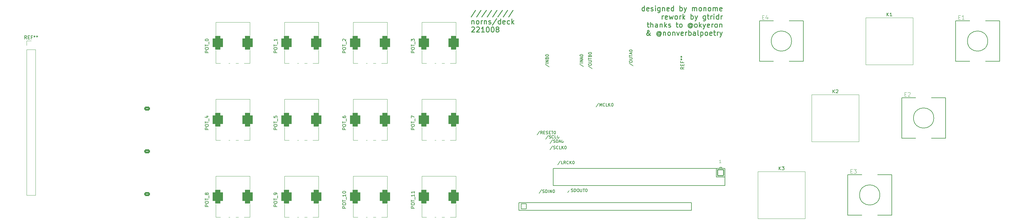
<source format=gto>
%TF.GenerationSoftware,KiCad,Pcbnew,(6.0.8)*%
%TF.CreationDate,2022-10-17T00:12:51-07:00*%
%TF.ProjectId,norns-deck-210330,6e6f726e-732d-4646-9563-6b2d32313033,rev?*%
%TF.SameCoordinates,Original*%
%TF.FileFunction,Legend,Top*%
%TF.FilePolarity,Positive*%
%FSLAX46Y46*%
G04 Gerber Fmt 4.6, Leading zero omitted, Abs format (unit mm)*
G04 Created by KiCad (PCBNEW (6.0.8)) date 2022-10-17 00:12:51*
%MOMM*%
%LPD*%
G01*
G04 APERTURE LIST*
G04 Aperture macros list*
%AMRoundRect*
0 Rectangle with rounded corners*
0 $1 Rounding radius*
0 $2 $3 $4 $5 $6 $7 $8 $9 X,Y pos of 4 corners*
0 Add a 4 corners polygon primitive as box body*
4,1,4,$2,$3,$4,$5,$6,$7,$8,$9,$2,$3,0*
0 Add four circle primitives for the rounded corners*
1,1,$1+$1,$2,$3*
1,1,$1+$1,$4,$5*
1,1,$1+$1,$6,$7*
1,1,$1+$1,$8,$9*
0 Add four rect primitives between the rounded corners*
20,1,$1+$1,$2,$3,$4,$5,0*
20,1,$1+$1,$4,$5,$6,$7,0*
20,1,$1+$1,$6,$7,$8,$9,0*
20,1,$1+$1,$8,$9,$2,$3,0*%
%AMFreePoly0*
4,1,25,0.436719,0.836196,0.448842,0.825842,0.825842,0.448842,0.854349,0.392894,0.855600,0.377000,0.855600,-0.377000,0.836196,-0.436719,0.825842,-0.448842,0.448842,-0.825842,0.392894,-0.854349,0.377000,-0.855600,-0.377000,-0.855600,-0.436719,-0.836196,-0.448842,-0.825842,-0.825842,-0.448842,-0.854349,-0.392894,-0.855600,-0.377000,-0.855600,0.377000,-0.836196,0.436719,-0.825842,0.448842,
-0.448842,0.825842,-0.392894,0.854349,-0.377000,0.855600,0.377000,0.855600,0.436719,0.836196,0.436719,0.836196,$1*%
%AMFreePoly1*
4,1,25,0.370379,0.832196,0.382502,0.821842,0.821842,0.382502,0.850349,0.326554,0.851600,0.310660,0.851600,-0.310660,0.832196,-0.370379,0.821842,-0.382502,0.382502,-0.821842,0.326554,-0.850349,0.310660,-0.851600,-0.310660,-0.851600,-0.370379,-0.832196,-0.382502,-0.821842,-0.821842,-0.382502,-0.850349,-0.326554,-0.851600,-0.310660,-0.851600,0.310660,-0.832196,0.370379,-0.821842,0.382502,
-0.382502,0.821842,-0.326554,0.850349,-0.310660,0.851600,0.310660,0.851600,0.370379,0.832196,0.370379,0.832196,$1*%
G04 Aperture macros list end*
%ADD10C,0.266700*%
%ADD11C,0.150000*%
%ADD12C,0.101600*%
%ADD13C,0.093472*%
%ADD14C,0.140208*%
%ADD15C,0.153000*%
%ADD16C,0.127000*%
%ADD17C,0.120000*%
%ADD18C,0.203200*%
%ADD19C,2.800000*%
%ADD20C,2.750000*%
%ADD21RoundRect,0.101600X0.889000X0.889000X-0.889000X0.889000X-0.889000X-0.889000X0.889000X-0.889000X0*%
%ADD22C,1.981200*%
%ADD23FreePoly0,270.000000*%
%ADD24O,4.703200X2.453200*%
%ADD25R,1.800000X1.800000*%
%ADD26C,1.800000*%
%ADD27RoundRect,0.750000X0.750000X-1.250000X0.750000X1.250000X-0.750000X1.250000X-0.750000X-1.250000X0*%
%ADD28C,4.000000*%
%ADD29C,1.700000*%
%ADD30C,2.200000*%
%ADD31C,0.500000*%
%ADD32RoundRect,0.701600X0.000000X0.000000X0.000000X0.000000X0.000000X0.000000X0.000000X0.000000X0*%
%ADD33RoundRect,0.701600X0.000000X0.000000X0.000000X0.000000X0.000000X0.000000X0.000000X0.000000X0*%
%ADD34C,2.286000*%
%ADD35RoundRect,0.101600X-0.750000X-0.750000X0.750000X-0.750000X0.750000X0.750000X-0.750000X0.750000X0*%
%ADD36FreePoly1,0.000000*%
%ADD37C,3.000000*%
%ADD38C,1.524000*%
%ADD39RoundRect,0.701600X0.000000X0.000000X0.000000X0.000000X0.000000X0.000000X0.000000X0.000000X0*%
%ADD40R,1.700000X1.700000*%
%ADD41O,1.700000X1.700000*%
%ADD42RoundRect,0.701600X0.000000X0.000000X0.000000X0.000000X0.000000X0.000000X0.000000X0.000000X0*%
%ADD43C,1.600000*%
%ADD44O,2.003200X3.803200*%
%ADD45RoundRect,0.250000X-0.625000X0.350000X-0.625000X-0.350000X0.625000X-0.350000X0.625000X0.350000X0*%
%ADD46O,1.750000X1.200000*%
G04 APERTURE END LIST*
D10*
X181774888Y-115361180D02*
X180479488Y-117304280D01*
X183358155Y-115361180D02*
X182062755Y-117304280D01*
X184941421Y-115361180D02*
X183646021Y-117304280D01*
X186524688Y-115361180D02*
X185229288Y-117304280D01*
X188107955Y-115361180D02*
X186812555Y-117304280D01*
X189691221Y-115361180D02*
X188395821Y-117304280D01*
X191274488Y-115361180D02*
X189979088Y-117304280D01*
X192857755Y-115361180D02*
X191562355Y-117304280D01*
X180695388Y-118370107D02*
X180695388Y-119377640D01*
X180695388Y-118514040D02*
X180767355Y-118442073D01*
X180911288Y-118370107D01*
X181127188Y-118370107D01*
X181271121Y-118442073D01*
X181343088Y-118586007D01*
X181343088Y-119377640D01*
X182278655Y-119377640D02*
X182134721Y-119305673D01*
X182062755Y-119233707D01*
X181990788Y-119089773D01*
X181990788Y-118657973D01*
X182062755Y-118514040D01*
X182134721Y-118442073D01*
X182278655Y-118370107D01*
X182494555Y-118370107D01*
X182638488Y-118442073D01*
X182710455Y-118514040D01*
X182782421Y-118657973D01*
X182782421Y-119089773D01*
X182710455Y-119233707D01*
X182638488Y-119305673D01*
X182494555Y-119377640D01*
X182278655Y-119377640D01*
X183430121Y-119377640D02*
X183430121Y-118370107D01*
X183430121Y-118657973D02*
X183502088Y-118514040D01*
X183574055Y-118442073D01*
X183717988Y-118370107D01*
X183861921Y-118370107D01*
X184365688Y-118370107D02*
X184365688Y-119377640D01*
X184365688Y-118514040D02*
X184437655Y-118442073D01*
X184581588Y-118370107D01*
X184797488Y-118370107D01*
X184941421Y-118442073D01*
X185013388Y-118586007D01*
X185013388Y-119377640D01*
X185661088Y-119305673D02*
X185805021Y-119377640D01*
X186092888Y-119377640D01*
X186236821Y-119305673D01*
X186308788Y-119161740D01*
X186308788Y-119089773D01*
X186236821Y-118945840D01*
X186092888Y-118873873D01*
X185876988Y-118873873D01*
X185733055Y-118801907D01*
X185661088Y-118657973D01*
X185661088Y-118586007D01*
X185733055Y-118442073D01*
X185876988Y-118370107D01*
X186092888Y-118370107D01*
X186236821Y-118442073D01*
X188035988Y-117794373D02*
X186740588Y-119737473D01*
X189187455Y-119377640D02*
X189187455Y-117866340D01*
X189187455Y-119305673D02*
X189043521Y-119377640D01*
X188755655Y-119377640D01*
X188611721Y-119305673D01*
X188539755Y-119233707D01*
X188467788Y-119089773D01*
X188467788Y-118657973D01*
X188539755Y-118514040D01*
X188611721Y-118442073D01*
X188755655Y-118370107D01*
X189043521Y-118370107D01*
X189187455Y-118442073D01*
X190482855Y-119305673D02*
X190338921Y-119377640D01*
X190051055Y-119377640D01*
X189907121Y-119305673D01*
X189835155Y-119161740D01*
X189835155Y-118586007D01*
X189907121Y-118442073D01*
X190051055Y-118370107D01*
X190338921Y-118370107D01*
X190482855Y-118442073D01*
X190554821Y-118586007D01*
X190554821Y-118729940D01*
X189835155Y-118873873D01*
X191850221Y-119305673D02*
X191706288Y-119377640D01*
X191418421Y-119377640D01*
X191274488Y-119305673D01*
X191202521Y-119233707D01*
X191130555Y-119089773D01*
X191130555Y-118657973D01*
X191202521Y-118514040D01*
X191274488Y-118442073D01*
X191418421Y-118370107D01*
X191706288Y-118370107D01*
X191850221Y-118442073D01*
X192497921Y-119377640D02*
X192497921Y-117866340D01*
X192641855Y-118801907D02*
X193073655Y-119377640D01*
X193073655Y-118370107D02*
X192497921Y-118945840D01*
X180623421Y-120443466D02*
X180695388Y-120371500D01*
X180839321Y-120299533D01*
X181199155Y-120299533D01*
X181343088Y-120371500D01*
X181415055Y-120443466D01*
X181487021Y-120587400D01*
X181487021Y-120731333D01*
X181415055Y-120947233D01*
X180551455Y-121810833D01*
X181487021Y-121810833D01*
X182062755Y-120443466D02*
X182134721Y-120371500D01*
X182278655Y-120299533D01*
X182638488Y-120299533D01*
X182782421Y-120371500D01*
X182854388Y-120443466D01*
X182926355Y-120587400D01*
X182926355Y-120731333D01*
X182854388Y-120947233D01*
X181990788Y-121810833D01*
X182926355Y-121810833D01*
X184365688Y-121810833D02*
X183502088Y-121810833D01*
X183933888Y-121810833D02*
X183933888Y-120299533D01*
X183789955Y-120515433D01*
X183646021Y-120659366D01*
X183502088Y-120731333D01*
X185301255Y-120299533D02*
X185445188Y-120299533D01*
X185589121Y-120371500D01*
X185661088Y-120443466D01*
X185733055Y-120587400D01*
X185805021Y-120875266D01*
X185805021Y-121235100D01*
X185733055Y-121522966D01*
X185661088Y-121666900D01*
X185589121Y-121738866D01*
X185445188Y-121810833D01*
X185301255Y-121810833D01*
X185157321Y-121738866D01*
X185085355Y-121666900D01*
X185013388Y-121522966D01*
X184941421Y-121235100D01*
X184941421Y-120875266D01*
X185013388Y-120587400D01*
X185085355Y-120443466D01*
X185157321Y-120371500D01*
X185301255Y-120299533D01*
X186740588Y-120299533D02*
X186884521Y-120299533D01*
X187028455Y-120371500D01*
X187100421Y-120443466D01*
X187172388Y-120587400D01*
X187244355Y-120875266D01*
X187244355Y-121235100D01*
X187172388Y-121522966D01*
X187100421Y-121666900D01*
X187028455Y-121738866D01*
X186884521Y-121810833D01*
X186740588Y-121810833D01*
X186596655Y-121738866D01*
X186524688Y-121666900D01*
X186452721Y-121522966D01*
X186380755Y-121235100D01*
X186380755Y-120875266D01*
X186452721Y-120587400D01*
X186524688Y-120443466D01*
X186596655Y-120371500D01*
X186740588Y-120299533D01*
X188107955Y-120947233D02*
X187964021Y-120875266D01*
X187892055Y-120803300D01*
X187820088Y-120659366D01*
X187820088Y-120587400D01*
X187892055Y-120443466D01*
X187964021Y-120371500D01*
X188107955Y-120299533D01*
X188395821Y-120299533D01*
X188539755Y-120371500D01*
X188611721Y-120443466D01*
X188683688Y-120587400D01*
X188683688Y-120659366D01*
X188611721Y-120803300D01*
X188539755Y-120875266D01*
X188395821Y-120947233D01*
X188107955Y-120947233D01*
X187964021Y-121019200D01*
X187892055Y-121091166D01*
X187820088Y-121235100D01*
X187820088Y-121522966D01*
X187892055Y-121666900D01*
X187964021Y-121738866D01*
X188107955Y-121810833D01*
X188395821Y-121810833D01*
X188539755Y-121738866D01*
X188611721Y-121666900D01*
X188683688Y-121522966D01*
X188683688Y-121235100D01*
X188611721Y-121091166D01*
X188539755Y-121019200D01*
X188395821Y-120947233D01*
X231743611Y-115511254D02*
X231743611Y-113999954D01*
X231743611Y-115439287D02*
X231599678Y-115511254D01*
X231311811Y-115511254D01*
X231167878Y-115439287D01*
X231095911Y-115367321D01*
X231023944Y-115223387D01*
X231023944Y-114791587D01*
X231095911Y-114647654D01*
X231167878Y-114575687D01*
X231311811Y-114503721D01*
X231599678Y-114503721D01*
X231743611Y-114575687D01*
X233039011Y-115439287D02*
X232895078Y-115511254D01*
X232607211Y-115511254D01*
X232463278Y-115439287D01*
X232391311Y-115295354D01*
X232391311Y-114719621D01*
X232463278Y-114575687D01*
X232607211Y-114503721D01*
X232895078Y-114503721D01*
X233039011Y-114575687D01*
X233110978Y-114719621D01*
X233110978Y-114863554D01*
X232391311Y-115007487D01*
X233686711Y-115439287D02*
X233830644Y-115511254D01*
X234118511Y-115511254D01*
X234262444Y-115439287D01*
X234334411Y-115295354D01*
X234334411Y-115223387D01*
X234262444Y-115079454D01*
X234118511Y-115007487D01*
X233902611Y-115007487D01*
X233758678Y-114935521D01*
X233686711Y-114791587D01*
X233686711Y-114719621D01*
X233758678Y-114575687D01*
X233902611Y-114503721D01*
X234118511Y-114503721D01*
X234262444Y-114575687D01*
X234982111Y-115511254D02*
X234982111Y-114503721D01*
X234982111Y-113999954D02*
X234910144Y-114071921D01*
X234982111Y-114143887D01*
X235054078Y-114071921D01*
X234982111Y-113999954D01*
X234982111Y-114143887D01*
X236349478Y-114503721D02*
X236349478Y-115727154D01*
X236277511Y-115871087D01*
X236205544Y-115943054D01*
X236061611Y-116015021D01*
X235845711Y-116015021D01*
X235701778Y-115943054D01*
X236349478Y-115439287D02*
X236205544Y-115511254D01*
X235917678Y-115511254D01*
X235773744Y-115439287D01*
X235701778Y-115367321D01*
X235629811Y-115223387D01*
X235629811Y-114791587D01*
X235701778Y-114647654D01*
X235773744Y-114575687D01*
X235917678Y-114503721D01*
X236205544Y-114503721D01*
X236349478Y-114575687D01*
X237069144Y-114503721D02*
X237069144Y-115511254D01*
X237069144Y-114647654D02*
X237141111Y-114575687D01*
X237285044Y-114503721D01*
X237500944Y-114503721D01*
X237644878Y-114575687D01*
X237716844Y-114719621D01*
X237716844Y-115511254D01*
X239012244Y-115439287D02*
X238868311Y-115511254D01*
X238580444Y-115511254D01*
X238436511Y-115439287D01*
X238364544Y-115295354D01*
X238364544Y-114719621D01*
X238436511Y-114575687D01*
X238580444Y-114503721D01*
X238868311Y-114503721D01*
X239012244Y-114575687D01*
X239084211Y-114719621D01*
X239084211Y-114863554D01*
X238364544Y-115007487D01*
X240379611Y-115511254D02*
X240379611Y-113999954D01*
X240379611Y-115439287D02*
X240235678Y-115511254D01*
X239947811Y-115511254D01*
X239803878Y-115439287D01*
X239731911Y-115367321D01*
X239659944Y-115223387D01*
X239659944Y-114791587D01*
X239731911Y-114647654D01*
X239803878Y-114575687D01*
X239947811Y-114503721D01*
X240235678Y-114503721D01*
X240379611Y-114575687D01*
X242250744Y-115511254D02*
X242250744Y-113999954D01*
X242250744Y-114575687D02*
X242394678Y-114503721D01*
X242682544Y-114503721D01*
X242826478Y-114575687D01*
X242898444Y-114647654D01*
X242970411Y-114791587D01*
X242970411Y-115223387D01*
X242898444Y-115367321D01*
X242826478Y-115439287D01*
X242682544Y-115511254D01*
X242394678Y-115511254D01*
X242250744Y-115439287D01*
X243474178Y-114503721D02*
X243834011Y-115511254D01*
X244193844Y-114503721D02*
X243834011Y-115511254D01*
X243690078Y-115871087D01*
X243618111Y-115943054D01*
X243474178Y-116015021D01*
X245921044Y-115511254D02*
X245921044Y-114503721D01*
X245921044Y-114647654D02*
X245993011Y-114575687D01*
X246136944Y-114503721D01*
X246352844Y-114503721D01*
X246496778Y-114575687D01*
X246568744Y-114719621D01*
X246568744Y-115511254D01*
X246568744Y-114719621D02*
X246640711Y-114575687D01*
X246784644Y-114503721D01*
X247000544Y-114503721D01*
X247144478Y-114575687D01*
X247216444Y-114719621D01*
X247216444Y-115511254D01*
X248152011Y-115511254D02*
X248008078Y-115439287D01*
X247936111Y-115367321D01*
X247864144Y-115223387D01*
X247864144Y-114791587D01*
X247936111Y-114647654D01*
X248008078Y-114575687D01*
X248152011Y-114503721D01*
X248367911Y-114503721D01*
X248511844Y-114575687D01*
X248583811Y-114647654D01*
X248655778Y-114791587D01*
X248655778Y-115223387D01*
X248583811Y-115367321D01*
X248511844Y-115439287D01*
X248367911Y-115511254D01*
X248152011Y-115511254D01*
X249303478Y-114503721D02*
X249303478Y-115511254D01*
X249303478Y-114647654D02*
X249375444Y-114575687D01*
X249519378Y-114503721D01*
X249735278Y-114503721D01*
X249879211Y-114575687D01*
X249951178Y-114719621D01*
X249951178Y-115511254D01*
X250886744Y-115511254D02*
X250742811Y-115439287D01*
X250670844Y-115367321D01*
X250598878Y-115223387D01*
X250598878Y-114791587D01*
X250670844Y-114647654D01*
X250742811Y-114575687D01*
X250886744Y-114503721D01*
X251102644Y-114503721D01*
X251246578Y-114575687D01*
X251318544Y-114647654D01*
X251390511Y-114791587D01*
X251390511Y-115223387D01*
X251318544Y-115367321D01*
X251246578Y-115439287D01*
X251102644Y-115511254D01*
X250886744Y-115511254D01*
X252038211Y-115511254D02*
X252038211Y-114503721D01*
X252038211Y-114647654D02*
X252110178Y-114575687D01*
X252254111Y-114503721D01*
X252470011Y-114503721D01*
X252613944Y-114575687D01*
X252685911Y-114719621D01*
X252685911Y-115511254D01*
X252685911Y-114719621D02*
X252757878Y-114575687D01*
X252901811Y-114503721D01*
X253117711Y-114503721D01*
X253261644Y-114575687D01*
X253333611Y-114719621D01*
X253333611Y-115511254D01*
X254629011Y-115439287D02*
X254485078Y-115511254D01*
X254197211Y-115511254D01*
X254053278Y-115439287D01*
X253981311Y-115295354D01*
X253981311Y-114719621D01*
X254053278Y-114575687D01*
X254197211Y-114503721D01*
X254485078Y-114503721D01*
X254629011Y-114575687D01*
X254700978Y-114719621D01*
X254700978Y-114863554D01*
X253981311Y-115007487D01*
X236997178Y-117944447D02*
X236997178Y-116936914D01*
X236997178Y-117224780D02*
X237069145Y-117080847D01*
X237141111Y-117008880D01*
X237285045Y-116936914D01*
X237428978Y-116936914D01*
X238508478Y-117872480D02*
X238364545Y-117944447D01*
X238076678Y-117944447D01*
X237932745Y-117872480D01*
X237860778Y-117728547D01*
X237860778Y-117152814D01*
X237932745Y-117008880D01*
X238076678Y-116936914D01*
X238364545Y-116936914D01*
X238508478Y-117008880D01*
X238580445Y-117152814D01*
X238580445Y-117296747D01*
X237860778Y-117440680D01*
X239084211Y-116936914D02*
X239372078Y-117944447D01*
X239659945Y-117224780D01*
X239947811Y-117944447D01*
X240235678Y-116936914D01*
X241027311Y-117944447D02*
X240883378Y-117872480D01*
X240811411Y-117800514D01*
X240739445Y-117656580D01*
X240739445Y-117224780D01*
X240811411Y-117080847D01*
X240883378Y-117008880D01*
X241027311Y-116936914D01*
X241243211Y-116936914D01*
X241387145Y-117008880D01*
X241459111Y-117080847D01*
X241531078Y-117224780D01*
X241531078Y-117656580D01*
X241459111Y-117800514D01*
X241387145Y-117872480D01*
X241243211Y-117944447D01*
X241027311Y-117944447D01*
X242178778Y-117944447D02*
X242178778Y-116936914D01*
X242178778Y-117224780D02*
X242250745Y-117080847D01*
X242322711Y-117008880D01*
X242466645Y-116936914D01*
X242610578Y-116936914D01*
X243114345Y-117944447D02*
X243114345Y-116433147D01*
X243258278Y-117368714D02*
X243690078Y-117944447D01*
X243690078Y-116936914D02*
X243114345Y-117512647D01*
X245489245Y-117944447D02*
X245489245Y-116433147D01*
X245489245Y-117008880D02*
X245633178Y-116936914D01*
X245921045Y-116936914D01*
X246064978Y-117008880D01*
X246136945Y-117080847D01*
X246208911Y-117224780D01*
X246208911Y-117656580D01*
X246136945Y-117800514D01*
X246064978Y-117872480D01*
X245921045Y-117944447D01*
X245633178Y-117944447D01*
X245489245Y-117872480D01*
X246712678Y-116936914D02*
X247072511Y-117944447D01*
X247432345Y-116936914D02*
X247072511Y-117944447D01*
X246928578Y-118304280D01*
X246856611Y-118376247D01*
X246712678Y-118448214D01*
X249807245Y-116936914D02*
X249807245Y-118160347D01*
X249735278Y-118304280D01*
X249663311Y-118376247D01*
X249519378Y-118448214D01*
X249303478Y-118448214D01*
X249159545Y-118376247D01*
X249807245Y-117872480D02*
X249663311Y-117944447D01*
X249375445Y-117944447D01*
X249231511Y-117872480D01*
X249159545Y-117800514D01*
X249087578Y-117656580D01*
X249087578Y-117224780D01*
X249159545Y-117080847D01*
X249231511Y-117008880D01*
X249375445Y-116936914D01*
X249663311Y-116936914D01*
X249807245Y-117008880D01*
X250311011Y-116936914D02*
X250886745Y-116936914D01*
X250526911Y-116433147D02*
X250526911Y-117728547D01*
X250598878Y-117872480D01*
X250742811Y-117944447D01*
X250886745Y-117944447D01*
X251390511Y-117944447D02*
X251390511Y-116936914D01*
X251390511Y-117224780D02*
X251462478Y-117080847D01*
X251534445Y-117008880D01*
X251678378Y-116936914D01*
X251822311Y-116936914D01*
X252326078Y-117944447D02*
X252326078Y-116936914D01*
X252326078Y-116433147D02*
X252254111Y-116505114D01*
X252326078Y-116577080D01*
X252398045Y-116505114D01*
X252326078Y-116433147D01*
X252326078Y-116577080D01*
X253693445Y-117944447D02*
X253693445Y-116433147D01*
X253693445Y-117872480D02*
X253549511Y-117944447D01*
X253261645Y-117944447D01*
X253117711Y-117872480D01*
X253045745Y-117800514D01*
X252973778Y-117656580D01*
X252973778Y-117224780D01*
X253045745Y-117080847D01*
X253117711Y-117008880D01*
X253261645Y-116936914D01*
X253549511Y-116936914D01*
X253693445Y-117008880D01*
X254413111Y-117944447D02*
X254413111Y-116936914D01*
X254413111Y-117224780D02*
X254485078Y-117080847D01*
X254557045Y-117008880D01*
X254700978Y-116936914D01*
X254844911Y-116936914D01*
X232535245Y-119370107D02*
X233110978Y-119370107D01*
X232751145Y-118866340D02*
X232751145Y-120161740D01*
X232823111Y-120305673D01*
X232967045Y-120377640D01*
X233110978Y-120377640D01*
X233614745Y-120377640D02*
X233614745Y-118866340D01*
X234262445Y-120377640D02*
X234262445Y-119586007D01*
X234190478Y-119442073D01*
X234046545Y-119370107D01*
X233830645Y-119370107D01*
X233686711Y-119442073D01*
X233614745Y-119514040D01*
X235629811Y-120377640D02*
X235629811Y-119586007D01*
X235557845Y-119442073D01*
X235413911Y-119370107D01*
X235126045Y-119370107D01*
X234982111Y-119442073D01*
X235629811Y-120305673D02*
X235485878Y-120377640D01*
X235126045Y-120377640D01*
X234982111Y-120305673D01*
X234910145Y-120161740D01*
X234910145Y-120017807D01*
X234982111Y-119873873D01*
X235126045Y-119801907D01*
X235485878Y-119801907D01*
X235629811Y-119729940D01*
X236349478Y-119370107D02*
X236349478Y-120377640D01*
X236349478Y-119514040D02*
X236421445Y-119442073D01*
X236565378Y-119370107D01*
X236781278Y-119370107D01*
X236925211Y-119442073D01*
X236997178Y-119586007D01*
X236997178Y-120377640D01*
X237716845Y-120377640D02*
X237716845Y-118866340D01*
X237860778Y-119801907D02*
X238292578Y-120377640D01*
X238292578Y-119370107D02*
X237716845Y-119945840D01*
X238868311Y-120305673D02*
X239012245Y-120377640D01*
X239300111Y-120377640D01*
X239444045Y-120305673D01*
X239516011Y-120161740D01*
X239516011Y-120089773D01*
X239444045Y-119945840D01*
X239300111Y-119873873D01*
X239084211Y-119873873D01*
X238940278Y-119801907D01*
X238868311Y-119657973D01*
X238868311Y-119586007D01*
X238940278Y-119442073D01*
X239084211Y-119370107D01*
X239300111Y-119370107D01*
X239444045Y-119442073D01*
X241099278Y-119370107D02*
X241675011Y-119370107D01*
X241315178Y-118866340D02*
X241315178Y-120161740D01*
X241387145Y-120305673D01*
X241531078Y-120377640D01*
X241675011Y-120377640D01*
X242394678Y-120377640D02*
X242250745Y-120305673D01*
X242178778Y-120233707D01*
X242106811Y-120089773D01*
X242106811Y-119657973D01*
X242178778Y-119514040D01*
X242250745Y-119442073D01*
X242394678Y-119370107D01*
X242610578Y-119370107D01*
X242754511Y-119442073D01*
X242826478Y-119514040D01*
X242898445Y-119657973D01*
X242898445Y-120089773D01*
X242826478Y-120233707D01*
X242754511Y-120305673D01*
X242610578Y-120377640D01*
X242394678Y-120377640D01*
X245633178Y-119657973D02*
X245561211Y-119586007D01*
X245417278Y-119514040D01*
X245273345Y-119514040D01*
X245129411Y-119586007D01*
X245057445Y-119657973D01*
X244985478Y-119801907D01*
X244985478Y-119945840D01*
X245057445Y-120089773D01*
X245129411Y-120161740D01*
X245273345Y-120233707D01*
X245417278Y-120233707D01*
X245561211Y-120161740D01*
X245633178Y-120089773D01*
X245633178Y-119514040D02*
X245633178Y-120089773D01*
X245705145Y-120161740D01*
X245777111Y-120161740D01*
X245921045Y-120089773D01*
X245993011Y-119945840D01*
X245993011Y-119586007D01*
X245849078Y-119370107D01*
X245633178Y-119226173D01*
X245345311Y-119154207D01*
X245057445Y-119226173D01*
X244841545Y-119370107D01*
X244697611Y-119586007D01*
X244625645Y-119873873D01*
X244697611Y-120161740D01*
X244841545Y-120377640D01*
X245057445Y-120521573D01*
X245345311Y-120593540D01*
X245633178Y-120521573D01*
X245849078Y-120377640D01*
X246856611Y-120377640D02*
X246712678Y-120305673D01*
X246640711Y-120233707D01*
X246568745Y-120089773D01*
X246568745Y-119657973D01*
X246640711Y-119514040D01*
X246712678Y-119442073D01*
X246856611Y-119370107D01*
X247072511Y-119370107D01*
X247216445Y-119442073D01*
X247288411Y-119514040D01*
X247360378Y-119657973D01*
X247360378Y-120089773D01*
X247288411Y-120233707D01*
X247216445Y-120305673D01*
X247072511Y-120377640D01*
X246856611Y-120377640D01*
X248008078Y-120377640D02*
X248008078Y-118866340D01*
X248152011Y-119801907D02*
X248583811Y-120377640D01*
X248583811Y-119370107D02*
X248008078Y-119945840D01*
X249087578Y-119370107D02*
X249447411Y-120377640D01*
X249807245Y-119370107D02*
X249447411Y-120377640D01*
X249303478Y-120737473D01*
X249231511Y-120809440D01*
X249087578Y-120881407D01*
X250958711Y-120305673D02*
X250814778Y-120377640D01*
X250526911Y-120377640D01*
X250382978Y-120305673D01*
X250311011Y-120161740D01*
X250311011Y-119586007D01*
X250382978Y-119442073D01*
X250526911Y-119370107D01*
X250814778Y-119370107D01*
X250958711Y-119442073D01*
X251030678Y-119586007D01*
X251030678Y-119729940D01*
X250311011Y-119873873D01*
X251678378Y-120377640D02*
X251678378Y-119370107D01*
X251678378Y-119657973D02*
X251750345Y-119514040D01*
X251822311Y-119442073D01*
X251966245Y-119370107D01*
X252110178Y-119370107D01*
X252829845Y-120377640D02*
X252685911Y-120305673D01*
X252613945Y-120233707D01*
X252541978Y-120089773D01*
X252541978Y-119657973D01*
X252613945Y-119514040D01*
X252685911Y-119442073D01*
X252829845Y-119370107D01*
X253045745Y-119370107D01*
X253189678Y-119442073D01*
X253261645Y-119514040D01*
X253333611Y-119657973D01*
X253333611Y-120089773D01*
X253261645Y-120233707D01*
X253189678Y-120305673D01*
X253045745Y-120377640D01*
X252829845Y-120377640D01*
X253981311Y-119370107D02*
X253981311Y-120377640D01*
X253981311Y-119514040D02*
X254053278Y-119442073D01*
X254197211Y-119370107D01*
X254413111Y-119370107D01*
X254557045Y-119442073D01*
X254629011Y-119586007D01*
X254629011Y-120377640D01*
X233614745Y-122810833D02*
X233542778Y-122810833D01*
X233398845Y-122738866D01*
X233182945Y-122522966D01*
X232823111Y-122091166D01*
X232679178Y-121875266D01*
X232607211Y-121659366D01*
X232607211Y-121515433D01*
X232679178Y-121371500D01*
X232823111Y-121299533D01*
X232895078Y-121299533D01*
X233039011Y-121371500D01*
X233110978Y-121515433D01*
X233110978Y-121587400D01*
X233039011Y-121731333D01*
X232967045Y-121803300D01*
X232535245Y-122091166D01*
X232463278Y-122163133D01*
X232391311Y-122307066D01*
X232391311Y-122522966D01*
X232463278Y-122666900D01*
X232535245Y-122738866D01*
X232679178Y-122810833D01*
X232895078Y-122810833D01*
X233039011Y-122738866D01*
X233110978Y-122666900D01*
X233326878Y-122379033D01*
X233398845Y-122163133D01*
X233398845Y-122019200D01*
X236349478Y-122091166D02*
X236277511Y-122019200D01*
X236133578Y-121947233D01*
X235989645Y-121947233D01*
X235845711Y-122019200D01*
X235773745Y-122091166D01*
X235701778Y-122235100D01*
X235701778Y-122379033D01*
X235773745Y-122522966D01*
X235845711Y-122594933D01*
X235989645Y-122666900D01*
X236133578Y-122666900D01*
X236277511Y-122594933D01*
X236349478Y-122522966D01*
X236349478Y-121947233D02*
X236349478Y-122522966D01*
X236421445Y-122594933D01*
X236493411Y-122594933D01*
X236637345Y-122522966D01*
X236709311Y-122379033D01*
X236709311Y-122019200D01*
X236565378Y-121803300D01*
X236349478Y-121659366D01*
X236061611Y-121587400D01*
X235773745Y-121659366D01*
X235557845Y-121803300D01*
X235413911Y-122019200D01*
X235341945Y-122307066D01*
X235413911Y-122594933D01*
X235557845Y-122810833D01*
X235773745Y-122954766D01*
X236061611Y-123026733D01*
X236349478Y-122954766D01*
X236565378Y-122810833D01*
X237357011Y-121803300D02*
X237357011Y-122810833D01*
X237357011Y-121947233D02*
X237428978Y-121875266D01*
X237572911Y-121803300D01*
X237788811Y-121803300D01*
X237932745Y-121875266D01*
X238004711Y-122019200D01*
X238004711Y-122810833D01*
X238940278Y-122810833D02*
X238796345Y-122738866D01*
X238724378Y-122666900D01*
X238652411Y-122522966D01*
X238652411Y-122091166D01*
X238724378Y-121947233D01*
X238796345Y-121875266D01*
X238940278Y-121803300D01*
X239156178Y-121803300D01*
X239300111Y-121875266D01*
X239372078Y-121947233D01*
X239444045Y-122091166D01*
X239444045Y-122522966D01*
X239372078Y-122666900D01*
X239300111Y-122738866D01*
X239156178Y-122810833D01*
X238940278Y-122810833D01*
X240091745Y-121803300D02*
X240091745Y-122810833D01*
X240091745Y-121947233D02*
X240163711Y-121875266D01*
X240307645Y-121803300D01*
X240523545Y-121803300D01*
X240667478Y-121875266D01*
X240739445Y-122019200D01*
X240739445Y-122810833D01*
X241315178Y-121803300D02*
X241675011Y-122810833D01*
X242034845Y-121803300D01*
X243186311Y-122738866D02*
X243042378Y-122810833D01*
X242754511Y-122810833D01*
X242610578Y-122738866D01*
X242538611Y-122594933D01*
X242538611Y-122019200D01*
X242610578Y-121875266D01*
X242754511Y-121803300D01*
X243042378Y-121803300D01*
X243186311Y-121875266D01*
X243258278Y-122019200D01*
X243258278Y-122163133D01*
X242538611Y-122307066D01*
X243905978Y-122810833D02*
X243905978Y-121803300D01*
X243905978Y-122091166D02*
X243977945Y-121947233D01*
X244049911Y-121875266D01*
X244193845Y-121803300D01*
X244337778Y-121803300D01*
X244841545Y-122810833D02*
X244841545Y-121299533D01*
X244841545Y-121875266D02*
X244985478Y-121803300D01*
X245273345Y-121803300D01*
X245417278Y-121875266D01*
X245489245Y-121947233D01*
X245561211Y-122091166D01*
X245561211Y-122522966D01*
X245489245Y-122666900D01*
X245417278Y-122738866D01*
X245273345Y-122810833D01*
X244985478Y-122810833D01*
X244841545Y-122738866D01*
X246856611Y-122810833D02*
X246856611Y-122019200D01*
X246784645Y-121875266D01*
X246640711Y-121803300D01*
X246352845Y-121803300D01*
X246208911Y-121875266D01*
X246856611Y-122738866D02*
X246712678Y-122810833D01*
X246352845Y-122810833D01*
X246208911Y-122738866D01*
X246136945Y-122594933D01*
X246136945Y-122451000D01*
X246208911Y-122307066D01*
X246352845Y-122235100D01*
X246712678Y-122235100D01*
X246856611Y-122163133D01*
X247792178Y-122810833D02*
X247648245Y-122738866D01*
X247576278Y-122594933D01*
X247576278Y-121299533D01*
X248367911Y-121803300D02*
X248367911Y-123314600D01*
X248367911Y-121875266D02*
X248511845Y-121803300D01*
X248799711Y-121803300D01*
X248943645Y-121875266D01*
X249015611Y-121947233D01*
X249087578Y-122091166D01*
X249087578Y-122522966D01*
X249015611Y-122666900D01*
X248943645Y-122738866D01*
X248799711Y-122810833D01*
X248511845Y-122810833D01*
X248367911Y-122738866D01*
X249951178Y-122810833D02*
X249807245Y-122738866D01*
X249735278Y-122666900D01*
X249663311Y-122522966D01*
X249663311Y-122091166D01*
X249735278Y-121947233D01*
X249807245Y-121875266D01*
X249951178Y-121803300D01*
X250167078Y-121803300D01*
X250311011Y-121875266D01*
X250382978Y-121947233D01*
X250454945Y-122091166D01*
X250454945Y-122522966D01*
X250382978Y-122666900D01*
X250311011Y-122738866D01*
X250167078Y-122810833D01*
X249951178Y-122810833D01*
X251678378Y-122738866D02*
X251534445Y-122810833D01*
X251246578Y-122810833D01*
X251102645Y-122738866D01*
X251030678Y-122594933D01*
X251030678Y-122019200D01*
X251102645Y-121875266D01*
X251246578Y-121803300D01*
X251534445Y-121803300D01*
X251678378Y-121875266D01*
X251750345Y-122019200D01*
X251750345Y-122163133D01*
X251030678Y-122307066D01*
X252182145Y-121803300D02*
X252757878Y-121803300D01*
X252398045Y-121299533D02*
X252398045Y-122594933D01*
X252470011Y-122738866D01*
X252613945Y-122810833D01*
X252757878Y-122810833D01*
X253261645Y-122810833D02*
X253261645Y-121803300D01*
X253261645Y-122091166D02*
X253333611Y-121947233D01*
X253405578Y-121875266D01*
X253549511Y-121803300D01*
X253693445Y-121803300D01*
X254053278Y-121803300D02*
X254413111Y-122810833D01*
X254772945Y-121803300D02*
X254413111Y-122810833D01*
X254269178Y-123170666D01*
X254197211Y-123242633D01*
X254053278Y-123314600D01*
D11*
D12*
X254419488Y-160686757D02*
X253896974Y-160686757D01*
X254158231Y-160686757D02*
X254158231Y-159772357D01*
X254071145Y-159902985D01*
X253984060Y-159990071D01*
X253896974Y-160033614D01*
D13*
X292756588Y-163156362D02*
X293148764Y-163156362D01*
X293316839Y-163772638D02*
X292756588Y-163772638D01*
X292756588Y-162596110D01*
X293316839Y-162596110D01*
X293709015Y-162596110D02*
X294437342Y-162596110D01*
X294045166Y-163044312D01*
X294213242Y-163044312D01*
X294325292Y-163100337D01*
X294381317Y-163156362D01*
X294437342Y-163268412D01*
X294437342Y-163548538D01*
X294381317Y-163660588D01*
X294325292Y-163716613D01*
X294213242Y-163772638D01*
X293877091Y-163772638D01*
X293765040Y-163716613D01*
X293709015Y-163660588D01*
D11*
X102797580Y-150821609D02*
X101797580Y-150821609D01*
X101797580Y-150440657D01*
X101845200Y-150345419D01*
X101892819Y-150297800D01*
X101988057Y-150250180D01*
X102130914Y-150250180D01*
X102226152Y-150297800D01*
X102273771Y-150345419D01*
X102321390Y-150440657D01*
X102321390Y-150821609D01*
X101797580Y-149631133D02*
X101797580Y-149440657D01*
X101845200Y-149345419D01*
X101940438Y-149250180D01*
X102130914Y-149202561D01*
X102464247Y-149202561D01*
X102654723Y-149250180D01*
X102749961Y-149345419D01*
X102797580Y-149440657D01*
X102797580Y-149631133D01*
X102749961Y-149726371D01*
X102654723Y-149821609D01*
X102464247Y-149869228D01*
X102130914Y-149869228D01*
X101940438Y-149821609D01*
X101845200Y-149726371D01*
X101797580Y-149631133D01*
X101797580Y-148916847D02*
X101797580Y-148345419D01*
X102797580Y-148631133D02*
X101797580Y-148631133D01*
X102892819Y-148250180D02*
X102892819Y-147488276D01*
X102130914Y-146821609D02*
X102797580Y-146821609D01*
X101749961Y-147059704D02*
X102464247Y-147297800D01*
X102464247Y-146678752D01*
X143437580Y-174157800D02*
X142437580Y-174157800D01*
X142437580Y-173776847D01*
X142485200Y-173681609D01*
X142532819Y-173633990D01*
X142628057Y-173586371D01*
X142770914Y-173586371D01*
X142866152Y-173633990D01*
X142913771Y-173681609D01*
X142961390Y-173776847D01*
X142961390Y-174157800D01*
X142437580Y-172967323D02*
X142437580Y-172776847D01*
X142485200Y-172681609D01*
X142580438Y-172586371D01*
X142770914Y-172538752D01*
X143104247Y-172538752D01*
X143294723Y-172586371D01*
X143389961Y-172681609D01*
X143437580Y-172776847D01*
X143437580Y-172967323D01*
X143389961Y-173062561D01*
X143294723Y-173157800D01*
X143104247Y-173205419D01*
X142770914Y-173205419D01*
X142580438Y-173157800D01*
X142485200Y-173062561D01*
X142437580Y-172967323D01*
X142437580Y-172253038D02*
X142437580Y-171681609D01*
X143437580Y-171967323D02*
X142437580Y-171967323D01*
X143532819Y-171586371D02*
X143532819Y-170824466D01*
X143437580Y-170062561D02*
X143437580Y-170633990D01*
X143437580Y-170348276D02*
X142437580Y-170348276D01*
X142580438Y-170443514D01*
X142675676Y-170538752D01*
X142723295Y-170633990D01*
X142437580Y-169443514D02*
X142437580Y-169348276D01*
X142485200Y-169253038D01*
X142532819Y-169205419D01*
X142628057Y-169157800D01*
X142818533Y-169110180D01*
X143056628Y-169110180D01*
X143247104Y-169157800D01*
X143342342Y-169205419D01*
X143389961Y-169253038D01*
X143437580Y-169348276D01*
X143437580Y-169443514D01*
X143389961Y-169538752D01*
X143342342Y-169586371D01*
X143247104Y-169633990D01*
X143056628Y-169681609D01*
X142818533Y-169681609D01*
X142628057Y-169633990D01*
X142532819Y-169586371D01*
X142485200Y-169538752D01*
X142437580Y-169443514D01*
X102797580Y-127961609D02*
X101797580Y-127961609D01*
X101797580Y-127580657D01*
X101845200Y-127485419D01*
X101892819Y-127437800D01*
X101988057Y-127390180D01*
X102130914Y-127390180D01*
X102226152Y-127437800D01*
X102273771Y-127485419D01*
X102321390Y-127580657D01*
X102321390Y-127961609D01*
X101797580Y-126771133D02*
X101797580Y-126580657D01*
X101845200Y-126485419D01*
X101940438Y-126390180D01*
X102130914Y-126342561D01*
X102464247Y-126342561D01*
X102654723Y-126390180D01*
X102749961Y-126485419D01*
X102797580Y-126580657D01*
X102797580Y-126771133D01*
X102749961Y-126866371D01*
X102654723Y-126961609D01*
X102464247Y-127009228D01*
X102130914Y-127009228D01*
X101940438Y-126961609D01*
X101845200Y-126866371D01*
X101797580Y-126771133D01*
X101797580Y-126056847D02*
X101797580Y-125485419D01*
X102797580Y-125771133D02*
X101797580Y-125771133D01*
X102892819Y-125390180D02*
X102892819Y-124628276D01*
X101797580Y-124199704D02*
X101797580Y-124104466D01*
X101845200Y-124009228D01*
X101892819Y-123961609D01*
X101988057Y-123913990D01*
X102178533Y-123866371D01*
X102416628Y-123866371D01*
X102607104Y-123913990D01*
X102702342Y-123961609D01*
X102749961Y-124009228D01*
X102797580Y-124104466D01*
X102797580Y-124199704D01*
X102749961Y-124294942D01*
X102702342Y-124342561D01*
X102607104Y-124390180D01*
X102416628Y-124437800D01*
X102178533Y-124437800D01*
X101988057Y-124390180D01*
X101892819Y-124342561D01*
X101845200Y-124294942D01*
X101797580Y-124199704D01*
X303474104Y-117076180D02*
X303474104Y-116076180D01*
X304045533Y-117076180D02*
X303616961Y-116504752D01*
X304045533Y-116076180D02*
X303474104Y-116647609D01*
X304997914Y-117076180D02*
X304426485Y-117076180D01*
X304712200Y-117076180D02*
X304712200Y-116076180D01*
X304616961Y-116219038D01*
X304521723Y-116314276D01*
X304426485Y-116361895D01*
X143437580Y-150821609D02*
X142437580Y-150821609D01*
X142437580Y-150440657D01*
X142485200Y-150345419D01*
X142532819Y-150297800D01*
X142628057Y-150250180D01*
X142770914Y-150250180D01*
X142866152Y-150297800D01*
X142913771Y-150345419D01*
X142961390Y-150440657D01*
X142961390Y-150821609D01*
X142437580Y-149631133D02*
X142437580Y-149440657D01*
X142485200Y-149345419D01*
X142580438Y-149250180D01*
X142770914Y-149202561D01*
X143104247Y-149202561D01*
X143294723Y-149250180D01*
X143389961Y-149345419D01*
X143437580Y-149440657D01*
X143437580Y-149631133D01*
X143389961Y-149726371D01*
X143294723Y-149821609D01*
X143104247Y-149869228D01*
X142770914Y-149869228D01*
X142580438Y-149821609D01*
X142485200Y-149726371D01*
X142437580Y-149631133D01*
X142437580Y-148916847D02*
X142437580Y-148345419D01*
X143437580Y-148631133D02*
X142437580Y-148631133D01*
X143532819Y-148250180D02*
X143532819Y-147488276D01*
X142437580Y-146821609D02*
X142437580Y-147012085D01*
X142485200Y-147107323D01*
X142532819Y-147154942D01*
X142675676Y-147250180D01*
X142866152Y-147297800D01*
X143247104Y-147297800D01*
X143342342Y-147250180D01*
X143389961Y-147202561D01*
X143437580Y-147107323D01*
X143437580Y-146916847D01*
X143389961Y-146821609D01*
X143342342Y-146773990D01*
X143247104Y-146726371D01*
X143009009Y-146726371D01*
X142913771Y-146773990D01*
X142866152Y-146821609D01*
X142818533Y-146916847D01*
X142818533Y-147107323D01*
X142866152Y-147202561D01*
X142913771Y-147250180D01*
X143009009Y-147297800D01*
X102797580Y-173681609D02*
X101797580Y-173681609D01*
X101797580Y-173300657D01*
X101845200Y-173205419D01*
X101892819Y-173157800D01*
X101988057Y-173110180D01*
X102130914Y-173110180D01*
X102226152Y-173157800D01*
X102273771Y-173205419D01*
X102321390Y-173300657D01*
X102321390Y-173681609D01*
X101797580Y-172491133D02*
X101797580Y-172300657D01*
X101845200Y-172205419D01*
X101940438Y-172110180D01*
X102130914Y-172062561D01*
X102464247Y-172062561D01*
X102654723Y-172110180D01*
X102749961Y-172205419D01*
X102797580Y-172300657D01*
X102797580Y-172491133D01*
X102749961Y-172586371D01*
X102654723Y-172681609D01*
X102464247Y-172729228D01*
X102130914Y-172729228D01*
X101940438Y-172681609D01*
X101845200Y-172586371D01*
X101797580Y-172491133D01*
X101797580Y-171776847D02*
X101797580Y-171205419D01*
X102797580Y-171491133D02*
X101797580Y-171491133D01*
X102892819Y-171110180D02*
X102892819Y-170348276D01*
X102226152Y-169967323D02*
X102178533Y-170062561D01*
X102130914Y-170110180D01*
X102035676Y-170157800D01*
X101988057Y-170157800D01*
X101892819Y-170110180D01*
X101845200Y-170062561D01*
X101797580Y-169967323D01*
X101797580Y-169776847D01*
X101845200Y-169681609D01*
X101892819Y-169633990D01*
X101988057Y-169586371D01*
X102035676Y-169586371D01*
X102130914Y-169633990D01*
X102178533Y-169681609D01*
X102226152Y-169776847D01*
X102226152Y-169967323D01*
X102273771Y-170062561D01*
X102321390Y-170110180D01*
X102416628Y-170157800D01*
X102607104Y-170157800D01*
X102702342Y-170110180D01*
X102749961Y-170062561D01*
X102797580Y-169967323D01*
X102797580Y-169776847D01*
X102749961Y-169681609D01*
X102702342Y-169633990D01*
X102607104Y-169586371D01*
X102416628Y-169586371D01*
X102321390Y-169633990D01*
X102273771Y-169681609D01*
X102226152Y-169776847D01*
D13*
X266636588Y-117436362D02*
X267028764Y-117436362D01*
X267196839Y-118052638D02*
X266636588Y-118052638D01*
X266636588Y-116876110D01*
X267196839Y-116876110D01*
X268205292Y-117268286D02*
X268205292Y-118052638D01*
X267925166Y-116820085D02*
X267645040Y-117660462D01*
X268373367Y-117660462D01*
D11*
X163757580Y-174157800D02*
X162757580Y-174157800D01*
X162757580Y-173776847D01*
X162805200Y-173681609D01*
X162852819Y-173633990D01*
X162948057Y-173586371D01*
X163090914Y-173586371D01*
X163186152Y-173633990D01*
X163233771Y-173681609D01*
X163281390Y-173776847D01*
X163281390Y-174157800D01*
X162757580Y-172967323D02*
X162757580Y-172776847D01*
X162805200Y-172681609D01*
X162900438Y-172586371D01*
X163090914Y-172538752D01*
X163424247Y-172538752D01*
X163614723Y-172586371D01*
X163709961Y-172681609D01*
X163757580Y-172776847D01*
X163757580Y-172967323D01*
X163709961Y-173062561D01*
X163614723Y-173157800D01*
X163424247Y-173205419D01*
X163090914Y-173205419D01*
X162900438Y-173157800D01*
X162805200Y-173062561D01*
X162757580Y-172967323D01*
X162757580Y-172253038D02*
X162757580Y-171681609D01*
X163757580Y-171967323D02*
X162757580Y-171967323D01*
X163852819Y-171586371D02*
X163852819Y-170824466D01*
X163757580Y-170062561D02*
X163757580Y-170633990D01*
X163757580Y-170348276D02*
X162757580Y-170348276D01*
X162900438Y-170443514D01*
X162995676Y-170538752D01*
X163043295Y-170633990D01*
X163757580Y-169110180D02*
X163757580Y-169681609D01*
X163757580Y-169395895D02*
X162757580Y-169395895D01*
X162900438Y-169491133D01*
X162995676Y-169586371D01*
X163043295Y-169681609D01*
X123117580Y-127961609D02*
X122117580Y-127961609D01*
X122117580Y-127580657D01*
X122165200Y-127485419D01*
X122212819Y-127437800D01*
X122308057Y-127390180D01*
X122450914Y-127390180D01*
X122546152Y-127437800D01*
X122593771Y-127485419D01*
X122641390Y-127580657D01*
X122641390Y-127961609D01*
X122117580Y-126771133D02*
X122117580Y-126580657D01*
X122165200Y-126485419D01*
X122260438Y-126390180D01*
X122450914Y-126342561D01*
X122784247Y-126342561D01*
X122974723Y-126390180D01*
X123069961Y-126485419D01*
X123117580Y-126580657D01*
X123117580Y-126771133D01*
X123069961Y-126866371D01*
X122974723Y-126961609D01*
X122784247Y-127009228D01*
X122450914Y-127009228D01*
X122260438Y-126961609D01*
X122165200Y-126866371D01*
X122117580Y-126771133D01*
X122117580Y-126056847D02*
X122117580Y-125485419D01*
X123117580Y-125771133D02*
X122117580Y-125771133D01*
X123212819Y-125390180D02*
X123212819Y-124628276D01*
X123117580Y-123866371D02*
X123117580Y-124437800D01*
X123117580Y-124152085D02*
X122117580Y-124152085D01*
X122260438Y-124247323D01*
X122355676Y-124342561D01*
X122403295Y-124437800D01*
D14*
X202500895Y-131451763D02*
X203626913Y-132202442D01*
X203418391Y-131159833D02*
X202542599Y-131159833D01*
X203418391Y-130742789D02*
X202542599Y-130742789D01*
X203418391Y-130242336D01*
X202542599Y-130242336D01*
X202959643Y-129533362D02*
X203001347Y-129408249D01*
X203043052Y-129366544D01*
X203126460Y-129324840D01*
X203251574Y-129324840D01*
X203334982Y-129366544D01*
X203376687Y-129408249D01*
X203418391Y-129491657D01*
X203418391Y-129825292D01*
X202542599Y-129825292D01*
X202542599Y-129533362D01*
X202584304Y-129449953D01*
X202626008Y-129408249D01*
X202709417Y-129366544D01*
X202792825Y-129366544D01*
X202876234Y-129408249D01*
X202917939Y-129449953D01*
X202959643Y-129533362D01*
X202959643Y-129825292D01*
X202542599Y-128782683D02*
X202542599Y-128699274D01*
X202584304Y-128615865D01*
X202626008Y-128574161D01*
X202709417Y-128532457D01*
X202876234Y-128490752D01*
X203084756Y-128490752D01*
X203251574Y-128532457D01*
X203334982Y-128574161D01*
X203376687Y-128615865D01*
X203418391Y-128699274D01*
X203418391Y-128782683D01*
X203376687Y-128866092D01*
X203334982Y-128907796D01*
X203251574Y-128949500D01*
X203084756Y-128991205D01*
X202876234Y-128991205D01*
X202709417Y-128949500D01*
X202626008Y-128907796D01*
X202584304Y-128866092D01*
X202542599Y-128782683D01*
X206932217Y-160096495D02*
X206181539Y-161222513D01*
X207641192Y-161013991D02*
X207224148Y-161013991D01*
X207224148Y-160138199D01*
X208433575Y-161013991D02*
X208141644Y-160596947D01*
X207933123Y-161013991D02*
X207933123Y-160138199D01*
X208266758Y-160138199D01*
X208350166Y-160179904D01*
X208391871Y-160221608D01*
X208433575Y-160305017D01*
X208433575Y-160430130D01*
X208391871Y-160513539D01*
X208350166Y-160555243D01*
X208266758Y-160596947D01*
X207933123Y-160596947D01*
X209309367Y-160930582D02*
X209267663Y-160972287D01*
X209142550Y-161013991D01*
X209059141Y-161013991D01*
X208934028Y-160972287D01*
X208850619Y-160888878D01*
X208808915Y-160805469D01*
X208767210Y-160638652D01*
X208767210Y-160513539D01*
X208808915Y-160346721D01*
X208850619Y-160263312D01*
X208934028Y-160179904D01*
X209059141Y-160138199D01*
X209142550Y-160138199D01*
X209267663Y-160179904D01*
X209309367Y-160221608D01*
X209684707Y-161013991D02*
X209684707Y-160138199D01*
X210185159Y-161013991D02*
X209809820Y-160513539D01*
X210185159Y-160138199D02*
X209684707Y-160638652D01*
X210727316Y-160138199D02*
X210810725Y-160138199D01*
X210894134Y-160179904D01*
X210935838Y-160221608D01*
X210977542Y-160305017D01*
X211019247Y-160471834D01*
X211019247Y-160680356D01*
X210977542Y-160847174D01*
X210935838Y-160930582D01*
X210894134Y-160972287D01*
X210810725Y-161013991D01*
X210727316Y-161013991D01*
X210643907Y-160972287D01*
X210602203Y-160930582D01*
X210560499Y-160847174D01*
X210518794Y-160680356D01*
X210518794Y-160471834D01*
X210560499Y-160305017D01*
X210602203Y-160221608D01*
X210643907Y-160179904D01*
X210727316Y-160138199D01*
D11*
X123117580Y-173681609D02*
X122117580Y-173681609D01*
X122117580Y-173300657D01*
X122165200Y-173205419D01*
X122212819Y-173157800D01*
X122308057Y-173110180D01*
X122450914Y-173110180D01*
X122546152Y-173157800D01*
X122593771Y-173205419D01*
X122641390Y-173300657D01*
X122641390Y-173681609D01*
X122117580Y-172491133D02*
X122117580Y-172300657D01*
X122165200Y-172205419D01*
X122260438Y-172110180D01*
X122450914Y-172062561D01*
X122784247Y-172062561D01*
X122974723Y-172110180D01*
X123069961Y-172205419D01*
X123117580Y-172300657D01*
X123117580Y-172491133D01*
X123069961Y-172586371D01*
X122974723Y-172681609D01*
X122784247Y-172729228D01*
X122450914Y-172729228D01*
X122260438Y-172681609D01*
X122165200Y-172586371D01*
X122117580Y-172491133D01*
X122117580Y-171776847D02*
X122117580Y-171205419D01*
X123117580Y-171491133D02*
X122117580Y-171491133D01*
X123212819Y-171110180D02*
X123212819Y-170348276D01*
X123117580Y-170062561D02*
X123117580Y-169872085D01*
X123069961Y-169776847D01*
X123022342Y-169729228D01*
X122879485Y-169633990D01*
X122689009Y-169586371D01*
X122308057Y-169586371D01*
X122212819Y-169633990D01*
X122165200Y-169681609D01*
X122117580Y-169776847D01*
X122117580Y-169967323D01*
X122165200Y-170062561D01*
X122212819Y-170110180D01*
X122308057Y-170157800D01*
X122546152Y-170157800D01*
X122641390Y-170110180D01*
X122689009Y-170062561D01*
X122736628Y-169967323D01*
X122736628Y-169776847D01*
X122689009Y-169681609D01*
X122641390Y-169633990D01*
X122546152Y-169586371D01*
D14*
X209866425Y-168351495D02*
X209115747Y-169477513D01*
X210116652Y-169227287D02*
X210241765Y-169268991D01*
X210450287Y-169268991D01*
X210533696Y-169227287D01*
X210575400Y-169185582D01*
X210617104Y-169102174D01*
X210617104Y-169018765D01*
X210575400Y-168935356D01*
X210533696Y-168893652D01*
X210450287Y-168851947D01*
X210283469Y-168810243D01*
X210200060Y-168768539D01*
X210158356Y-168726834D01*
X210116652Y-168643425D01*
X210116652Y-168560017D01*
X210158356Y-168476608D01*
X210200060Y-168434904D01*
X210283469Y-168393199D01*
X210491991Y-168393199D01*
X210617104Y-168434904D01*
X210992444Y-169268991D02*
X210992444Y-168393199D01*
X211200966Y-168393199D01*
X211326079Y-168434904D01*
X211409488Y-168518312D01*
X211451192Y-168601721D01*
X211492896Y-168768539D01*
X211492896Y-168893652D01*
X211451192Y-169060469D01*
X211409488Y-169143878D01*
X211326079Y-169227287D01*
X211200966Y-169268991D01*
X210992444Y-169268991D01*
X212035053Y-168393199D02*
X212201871Y-168393199D01*
X212285280Y-168434904D01*
X212368688Y-168518312D01*
X212410393Y-168685130D01*
X212410393Y-168977060D01*
X212368688Y-169143878D01*
X212285280Y-169227287D01*
X212201871Y-169268991D01*
X212035053Y-169268991D01*
X211951644Y-169227287D01*
X211868236Y-169143878D01*
X211826531Y-168977060D01*
X211826531Y-168685130D01*
X211868236Y-168518312D01*
X211951644Y-168434904D01*
X212035053Y-168393199D01*
X212785732Y-168393199D02*
X212785732Y-169102174D01*
X212827436Y-169185582D01*
X212869141Y-169227287D01*
X212952550Y-169268991D01*
X213119367Y-169268991D01*
X213202776Y-169227287D01*
X213244480Y-169185582D01*
X213286185Y-169102174D01*
X213286185Y-168393199D01*
X213578115Y-168393199D02*
X214078568Y-168393199D01*
X213828342Y-169268991D02*
X213828342Y-168393199D01*
X214537316Y-168393199D02*
X214620725Y-168393199D01*
X214704134Y-168434904D01*
X214745838Y-168476608D01*
X214787542Y-168560017D01*
X214829247Y-168726834D01*
X214829247Y-168935356D01*
X214787542Y-169102174D01*
X214745838Y-169185582D01*
X214704134Y-169227287D01*
X214620725Y-169268991D01*
X214537316Y-169268991D01*
X214453907Y-169227287D01*
X214412203Y-169185582D01*
X214370499Y-169102174D01*
X214328794Y-168935356D01*
X214328794Y-168726834D01*
X214370499Y-168560017D01*
X214412203Y-168476608D01*
X214453907Y-168434904D01*
X214537316Y-168393199D01*
X218270022Y-142936495D02*
X217519343Y-144062513D01*
X218561953Y-143853991D02*
X218561953Y-142978199D01*
X218853884Y-143603765D01*
X219145814Y-142978199D01*
X219145814Y-143853991D01*
X220063311Y-143770582D02*
X220021606Y-143812287D01*
X219896493Y-143853991D01*
X219813084Y-143853991D01*
X219687971Y-143812287D01*
X219604563Y-143728878D01*
X219562858Y-143645469D01*
X219521154Y-143478652D01*
X219521154Y-143353539D01*
X219562858Y-143186721D01*
X219604563Y-143103312D01*
X219687971Y-143019904D01*
X219813084Y-142978199D01*
X219896493Y-142978199D01*
X220021606Y-143019904D01*
X220063311Y-143061608D01*
X220855694Y-143853991D02*
X220438650Y-143853991D01*
X220438650Y-142978199D01*
X221147625Y-143853991D02*
X221147625Y-142978199D01*
X221648077Y-143853991D02*
X221272738Y-143353539D01*
X221648077Y-142978199D02*
X221147625Y-143478652D01*
X222190234Y-142978199D02*
X222273643Y-142978199D01*
X222357052Y-143019904D01*
X222398756Y-143061608D01*
X222440460Y-143145017D01*
X222482165Y-143311834D01*
X222482165Y-143520356D01*
X222440460Y-143687174D01*
X222398756Y-143770582D01*
X222357052Y-143812287D01*
X222273643Y-143853991D01*
X222190234Y-143853991D01*
X222106825Y-143812287D01*
X222065121Y-143770582D01*
X222023417Y-143687174D01*
X221981712Y-143520356D01*
X221981712Y-143311834D01*
X222023417Y-143145017D01*
X222065121Y-143061608D01*
X222106825Y-143019904D01*
X222190234Y-142978199D01*
D11*
X163757580Y-150821609D02*
X162757580Y-150821609D01*
X162757580Y-150440657D01*
X162805200Y-150345419D01*
X162852819Y-150297800D01*
X162948057Y-150250180D01*
X163090914Y-150250180D01*
X163186152Y-150297800D01*
X163233771Y-150345419D01*
X163281390Y-150440657D01*
X163281390Y-150821609D01*
X162757580Y-149631133D02*
X162757580Y-149440657D01*
X162805200Y-149345419D01*
X162900438Y-149250180D01*
X163090914Y-149202561D01*
X163424247Y-149202561D01*
X163614723Y-149250180D01*
X163709961Y-149345419D01*
X163757580Y-149440657D01*
X163757580Y-149631133D01*
X163709961Y-149726371D01*
X163614723Y-149821609D01*
X163424247Y-149869228D01*
X163090914Y-149869228D01*
X162900438Y-149821609D01*
X162805200Y-149726371D01*
X162757580Y-149631133D01*
X162757580Y-148916847D02*
X162757580Y-148345419D01*
X163757580Y-148631133D02*
X162757580Y-148631133D01*
X163852819Y-148250180D02*
X163852819Y-147488276D01*
X162757580Y-147345419D02*
X162757580Y-146678752D01*
X163757580Y-147107323D01*
D14*
X212660895Y-131326650D02*
X213786913Y-132077329D01*
X213578391Y-131034719D02*
X212702599Y-131034719D01*
X213578391Y-130617676D02*
X212702599Y-130617676D01*
X213578391Y-130117223D01*
X212702599Y-130117223D01*
X213328165Y-129741884D02*
X213328165Y-129324840D01*
X213578391Y-129825292D02*
X212702599Y-129533362D01*
X213578391Y-129241431D01*
X212702599Y-128782683D02*
X212702599Y-128699274D01*
X212744304Y-128615865D01*
X212786008Y-128574161D01*
X212869417Y-128532457D01*
X213036234Y-128490752D01*
X213244756Y-128490752D01*
X213411574Y-128532457D01*
X213494982Y-128574161D01*
X213536687Y-128615865D01*
X213578391Y-128699274D01*
X213578391Y-128782683D01*
X213536687Y-128866092D01*
X213494982Y-128907796D01*
X213411574Y-128949500D01*
X213244756Y-128991205D01*
X213036234Y-128991205D01*
X212869417Y-128949500D01*
X212786008Y-128907796D01*
X212744304Y-128866092D01*
X212702599Y-128782683D01*
D13*
X308716588Y-140296362D02*
X309108764Y-140296362D01*
X309276839Y-140912638D02*
X308716588Y-140912638D01*
X308716588Y-139736110D01*
X309276839Y-139736110D01*
X309725040Y-139848161D02*
X309781066Y-139792136D01*
X309893116Y-139736110D01*
X310173242Y-139736110D01*
X310285292Y-139792136D01*
X310341317Y-139848161D01*
X310397342Y-139960211D01*
X310397342Y-140072261D01*
X310341317Y-140240337D01*
X309669015Y-140912638D01*
X310397342Y-140912638D01*
D11*
X271554104Y-162796180D02*
X271554104Y-161796180D01*
X272125533Y-162796180D02*
X271696961Y-162224752D01*
X272125533Y-161796180D02*
X271554104Y-162367609D01*
X272458866Y-161796180D02*
X273077914Y-161796180D01*
X272744580Y-162177133D01*
X272887438Y-162177133D01*
X272982676Y-162224752D01*
X273030295Y-162272371D01*
X273077914Y-162367609D01*
X273077914Y-162605704D01*
X273030295Y-162700942D01*
X272982676Y-162748561D01*
X272887438Y-162796180D01*
X272601723Y-162796180D01*
X272506485Y-162748561D01*
X272458866Y-162700942D01*
X243495180Y-132233133D02*
X243018990Y-132566466D01*
X243495180Y-132804561D02*
X242495180Y-132804561D01*
X242495180Y-132423609D01*
X242542800Y-132328371D01*
X242590419Y-132280752D01*
X242685657Y-132233133D01*
X242828514Y-132233133D01*
X242923752Y-132280752D01*
X242971371Y-132328371D01*
X243018990Y-132423609D01*
X243018990Y-132804561D01*
X242971371Y-131804561D02*
X242971371Y-131471228D01*
X243495180Y-131328371D02*
X243495180Y-131804561D01*
X242495180Y-131804561D01*
X242495180Y-131328371D01*
X242971371Y-130566466D02*
X242971371Y-130899800D01*
X243495180Y-130899800D02*
X242495180Y-130899800D01*
X242495180Y-130423609D01*
X242495180Y-129899800D02*
X242733276Y-129899800D01*
X242638038Y-130137895D02*
X242733276Y-129899800D01*
X242638038Y-129661704D01*
X242923752Y-130042657D02*
X242733276Y-129899800D01*
X242923752Y-129756942D01*
X242495180Y-129137895D02*
X242733276Y-129137895D01*
X242638038Y-129375990D02*
X242733276Y-129137895D01*
X242638038Y-128899800D01*
X242923752Y-129280752D02*
X242733276Y-129137895D01*
X242923752Y-128995038D01*
D15*
X204590737Y-153746495D02*
X203840058Y-154872513D01*
X204840963Y-154622287D02*
X204966077Y-154663991D01*
X205174598Y-154663991D01*
X205258007Y-154622287D01*
X205299712Y-154580582D01*
X205341416Y-154497174D01*
X205341416Y-154413765D01*
X205299712Y-154330356D01*
X205258007Y-154288652D01*
X205174598Y-154246947D01*
X205007781Y-154205243D01*
X204924372Y-154163539D01*
X204882668Y-154121834D01*
X204840963Y-154038425D01*
X204840963Y-153955017D01*
X204882668Y-153871608D01*
X204924372Y-153829904D01*
X205007781Y-153788199D01*
X205216303Y-153788199D01*
X205341416Y-153829904D01*
X205716755Y-154663991D02*
X205716755Y-153788199D01*
X205925277Y-153788199D01*
X206050390Y-153829904D01*
X206133799Y-153913312D01*
X206175504Y-153996721D01*
X206217208Y-154163539D01*
X206217208Y-154288652D01*
X206175504Y-154455469D01*
X206133799Y-154538878D01*
X206050390Y-154622287D01*
X205925277Y-154663991D01*
X205716755Y-154663991D01*
X206550843Y-154413765D02*
X206967887Y-154413765D01*
X206467434Y-154663991D02*
X206759365Y-153788199D01*
X207051296Y-154663991D01*
X207510044Y-153788199D02*
X207593453Y-153788199D01*
X207676861Y-153829904D01*
X207718566Y-153871608D01*
X207760270Y-153955017D01*
X207801974Y-154121834D01*
X207801974Y-154330356D01*
X207760270Y-154497174D01*
X207718566Y-154580582D01*
X207676861Y-154622287D01*
X207593453Y-154663991D01*
X207510044Y-154663991D01*
X207426635Y-154622287D01*
X207384931Y-154580582D01*
X207343226Y-154497174D01*
X207301522Y-154330356D01*
X207301522Y-154121834D01*
X207343226Y-153955017D01*
X207384931Y-153871608D01*
X207426635Y-153829904D01*
X207510044Y-153788199D01*
D11*
X48986866Y-123880180D02*
X48653533Y-123403990D01*
X48415438Y-123880180D02*
X48415438Y-122880180D01*
X48796390Y-122880180D01*
X48891628Y-122927800D01*
X48939247Y-122975419D01*
X48986866Y-123070657D01*
X48986866Y-123213514D01*
X48939247Y-123308752D01*
X48891628Y-123356371D01*
X48796390Y-123403990D01*
X48415438Y-123403990D01*
X49415438Y-123356371D02*
X49748771Y-123356371D01*
X49891628Y-123880180D02*
X49415438Y-123880180D01*
X49415438Y-122880180D01*
X49891628Y-122880180D01*
X50653533Y-123356371D02*
X50320200Y-123356371D01*
X50320200Y-123880180D02*
X50320200Y-122880180D01*
X50796390Y-122880180D01*
X51320200Y-122880180D02*
X51320200Y-123118276D01*
X51082104Y-123023038D02*
X51320200Y-123118276D01*
X51558295Y-123023038D01*
X51177342Y-123308752D02*
X51320200Y-123118276D01*
X51463057Y-123308752D01*
X52082104Y-122880180D02*
X52082104Y-123118276D01*
X51844009Y-123023038D02*
X52082104Y-123118276D01*
X52320200Y-123023038D01*
X51939247Y-123308752D02*
X52082104Y-123118276D01*
X52224961Y-123308752D01*
D14*
X201394148Y-168617295D02*
X200643469Y-169743313D01*
X201644374Y-169493087D02*
X201769488Y-169534791D01*
X201978009Y-169534791D01*
X202061418Y-169493087D01*
X202103123Y-169451382D01*
X202144827Y-169367974D01*
X202144827Y-169284565D01*
X202103123Y-169201156D01*
X202061418Y-169159452D01*
X201978009Y-169117747D01*
X201811192Y-169076043D01*
X201727783Y-169034339D01*
X201686079Y-168992634D01*
X201644374Y-168909225D01*
X201644374Y-168825817D01*
X201686079Y-168742408D01*
X201727783Y-168700704D01*
X201811192Y-168658999D01*
X202019714Y-168658999D01*
X202144827Y-168700704D01*
X202520166Y-169534791D02*
X202520166Y-168658999D01*
X202728688Y-168658999D01*
X202853801Y-168700704D01*
X202937210Y-168784112D01*
X202978915Y-168867521D01*
X203020619Y-169034339D01*
X203020619Y-169159452D01*
X202978915Y-169326269D01*
X202937210Y-169409678D01*
X202853801Y-169493087D01*
X202728688Y-169534791D01*
X202520166Y-169534791D01*
X203395958Y-169534791D02*
X203395958Y-168658999D01*
X203813002Y-169534791D02*
X203813002Y-168658999D01*
X204313455Y-169534791D01*
X204313455Y-168658999D01*
X204897316Y-168658999D02*
X204980725Y-168658999D01*
X205064134Y-168700704D01*
X205105838Y-168742408D01*
X205147542Y-168825817D01*
X205189247Y-168992634D01*
X205189247Y-169201156D01*
X205147542Y-169367974D01*
X205105838Y-169451382D01*
X205064134Y-169493087D01*
X204980725Y-169534791D01*
X204897316Y-169534791D01*
X204813907Y-169493087D01*
X204772203Y-169451382D01*
X204730499Y-169367974D01*
X204688794Y-169201156D01*
X204688794Y-168992634D01*
X204730499Y-168825817D01*
X204772203Y-168742408D01*
X204813907Y-168700704D01*
X204897316Y-168658999D01*
D15*
X204625837Y-155636495D02*
X203875158Y-156762513D01*
X204876063Y-156512287D02*
X205001177Y-156553991D01*
X205209698Y-156553991D01*
X205293107Y-156512287D01*
X205334812Y-156470582D01*
X205376516Y-156387174D01*
X205376516Y-156303765D01*
X205334812Y-156220356D01*
X205293107Y-156178652D01*
X205209698Y-156136947D01*
X205042881Y-156095243D01*
X204959472Y-156053539D01*
X204917768Y-156011834D01*
X204876063Y-155928425D01*
X204876063Y-155845017D01*
X204917768Y-155761608D01*
X204959472Y-155719904D01*
X205042881Y-155678199D01*
X205251403Y-155678199D01*
X205376516Y-155719904D01*
X206252308Y-156470582D02*
X206210604Y-156512287D01*
X206085490Y-156553991D01*
X206002082Y-156553991D01*
X205876969Y-156512287D01*
X205793560Y-156428878D01*
X205751855Y-156345469D01*
X205710151Y-156178652D01*
X205710151Y-156053539D01*
X205751855Y-155886721D01*
X205793560Y-155803312D01*
X205876969Y-155719904D01*
X206002082Y-155678199D01*
X206085490Y-155678199D01*
X206210604Y-155719904D01*
X206252308Y-155761608D01*
X207044691Y-156553991D02*
X206627647Y-156553991D01*
X206627647Y-155678199D01*
X207336622Y-156553991D02*
X207336622Y-155678199D01*
X207837074Y-156553991D02*
X207461735Y-156053539D01*
X207837074Y-155678199D02*
X207336622Y-156178652D01*
X208379231Y-155678199D02*
X208462640Y-155678199D01*
X208546049Y-155719904D01*
X208587753Y-155761608D01*
X208629458Y-155845017D01*
X208671162Y-156011834D01*
X208671162Y-156220356D01*
X208629458Y-156387174D01*
X208587753Y-156470582D01*
X208546049Y-156512287D01*
X208462640Y-156553991D01*
X208379231Y-156553991D01*
X208295823Y-156512287D01*
X208254118Y-156470582D01*
X208212414Y-156387174D01*
X208170710Y-156220356D01*
X208170710Y-156011834D01*
X208212414Y-155845017D01*
X208254118Y-155761608D01*
X208295823Y-155719904D01*
X208379231Y-155678199D01*
D11*
X287514104Y-139936180D02*
X287514104Y-138936180D01*
X288085533Y-139936180D02*
X287656961Y-139364752D01*
X288085533Y-138936180D02*
X287514104Y-139507609D01*
X288466485Y-139031419D02*
X288514104Y-138983800D01*
X288609342Y-138936180D01*
X288847438Y-138936180D01*
X288942676Y-138983800D01*
X288990295Y-139031419D01*
X289037914Y-139126657D01*
X289037914Y-139221895D01*
X288990295Y-139364752D01*
X288418866Y-139936180D01*
X289037914Y-139936180D01*
X123117580Y-150821609D02*
X122117580Y-150821609D01*
X122117580Y-150440657D01*
X122165200Y-150345419D01*
X122212819Y-150297800D01*
X122308057Y-150250180D01*
X122450914Y-150250180D01*
X122546152Y-150297800D01*
X122593771Y-150345419D01*
X122641390Y-150440657D01*
X122641390Y-150821609D01*
X122117580Y-149631133D02*
X122117580Y-149440657D01*
X122165200Y-149345419D01*
X122260438Y-149250180D01*
X122450914Y-149202561D01*
X122784247Y-149202561D01*
X122974723Y-149250180D01*
X123069961Y-149345419D01*
X123117580Y-149440657D01*
X123117580Y-149631133D01*
X123069961Y-149726371D01*
X122974723Y-149821609D01*
X122784247Y-149869228D01*
X122450914Y-149869228D01*
X122260438Y-149821609D01*
X122165200Y-149726371D01*
X122117580Y-149631133D01*
X122117580Y-148916847D02*
X122117580Y-148345419D01*
X123117580Y-148631133D02*
X122117580Y-148631133D01*
X123212819Y-148250180D02*
X123212819Y-147488276D01*
X122117580Y-146773990D02*
X122117580Y-147250180D01*
X122593771Y-147297800D01*
X122546152Y-147250180D01*
X122498533Y-147154942D01*
X122498533Y-146916847D01*
X122546152Y-146821609D01*
X122593771Y-146773990D01*
X122689009Y-146726371D01*
X122927104Y-146726371D01*
X123022342Y-146773990D01*
X123069961Y-146821609D01*
X123117580Y-146916847D01*
X123117580Y-147154942D01*
X123069961Y-147250180D01*
X123022342Y-147297800D01*
D14*
X227265895Y-131117577D02*
X228391913Y-131868256D01*
X227307599Y-130658828D02*
X227307599Y-130492011D01*
X227349304Y-130408602D01*
X227432712Y-130325193D01*
X227599530Y-130283489D01*
X227891460Y-130283489D01*
X228058278Y-130325193D01*
X228141687Y-130408602D01*
X228183391Y-130492011D01*
X228183391Y-130658828D01*
X228141687Y-130742237D01*
X228058278Y-130825646D01*
X227891460Y-130867350D01*
X227599530Y-130867350D01*
X227432712Y-130825646D01*
X227349304Y-130742237D01*
X227307599Y-130658828D01*
X227307599Y-129908150D02*
X228016574Y-129908150D01*
X228099982Y-129866445D01*
X228141687Y-129824741D01*
X228183391Y-129741332D01*
X228183391Y-129574515D01*
X228141687Y-129491106D01*
X228099982Y-129449401D01*
X228016574Y-129407697D01*
X227307599Y-129407697D01*
X227307599Y-129115766D02*
X227307599Y-128615314D01*
X228183391Y-128865540D02*
X227307599Y-128865540D01*
X227933165Y-128365088D02*
X227933165Y-127948044D01*
X228183391Y-128448496D02*
X227307599Y-128156566D01*
X228183391Y-127864635D01*
X227307599Y-127405887D02*
X227307599Y-127322478D01*
X227349304Y-127239069D01*
X227391008Y-127197365D01*
X227474417Y-127155660D01*
X227641234Y-127113956D01*
X227849756Y-127113956D01*
X228016574Y-127155660D01*
X228099982Y-127197365D01*
X228141687Y-127239069D01*
X228183391Y-127322478D01*
X228183391Y-127405887D01*
X228141687Y-127489296D01*
X228099982Y-127531000D01*
X228016574Y-127572704D01*
X227849756Y-127614409D01*
X227641234Y-127614409D01*
X227474417Y-127572704D01*
X227391008Y-127531000D01*
X227349304Y-127489296D01*
X227307599Y-127405887D01*
D15*
X200780737Y-151206495D02*
X200030058Y-152332513D01*
X201573120Y-152123991D02*
X201281190Y-151706947D01*
X201072668Y-152123991D02*
X201072668Y-151248199D01*
X201406303Y-151248199D01*
X201489712Y-151289904D01*
X201531416Y-151331608D01*
X201573120Y-151415017D01*
X201573120Y-151540130D01*
X201531416Y-151623539D01*
X201489712Y-151665243D01*
X201406303Y-151706947D01*
X201072668Y-151706947D01*
X201948460Y-151665243D02*
X202240390Y-151665243D01*
X202365504Y-152123991D02*
X201948460Y-152123991D01*
X201948460Y-151248199D01*
X202365504Y-151248199D01*
X202699139Y-152082287D02*
X202824252Y-152123991D01*
X203032774Y-152123991D01*
X203116182Y-152082287D01*
X203157887Y-152040582D01*
X203199591Y-151957174D01*
X203199591Y-151873765D01*
X203157887Y-151790356D01*
X203116182Y-151748652D01*
X203032774Y-151706947D01*
X202865956Y-151665243D01*
X202782547Y-151623539D01*
X202740843Y-151581834D01*
X202699139Y-151498425D01*
X202699139Y-151415017D01*
X202740843Y-151331608D01*
X202782547Y-151289904D01*
X202865956Y-151248199D01*
X203074478Y-151248199D01*
X203199591Y-151289904D01*
X203574931Y-151665243D02*
X203866861Y-151665243D01*
X203991974Y-152123991D02*
X203574931Y-152123991D01*
X203574931Y-151248199D01*
X203991974Y-151248199D01*
X204242201Y-151248199D02*
X204742653Y-151248199D01*
X204492427Y-152123991D02*
X204492427Y-151248199D01*
X205201402Y-151248199D02*
X205284810Y-151248199D01*
X205368219Y-151289904D01*
X205409923Y-151331608D01*
X205451628Y-151415017D01*
X205493332Y-151581834D01*
X205493332Y-151790356D01*
X205451628Y-151957174D01*
X205409923Y-152040582D01*
X205368219Y-152082287D01*
X205284810Y-152123991D01*
X205201402Y-152123991D01*
X205117993Y-152082287D01*
X205076288Y-152040582D01*
X205034584Y-151957174D01*
X204992880Y-151790356D01*
X204992880Y-151581834D01*
X205034584Y-151415017D01*
X205076288Y-151331608D01*
X205117993Y-151289904D01*
X205201402Y-151248199D01*
D11*
X143437580Y-127961609D02*
X142437580Y-127961609D01*
X142437580Y-127580657D01*
X142485200Y-127485419D01*
X142532819Y-127437800D01*
X142628057Y-127390180D01*
X142770914Y-127390180D01*
X142866152Y-127437800D01*
X142913771Y-127485419D01*
X142961390Y-127580657D01*
X142961390Y-127961609D01*
X142437580Y-126771133D02*
X142437580Y-126580657D01*
X142485200Y-126485419D01*
X142580438Y-126390180D01*
X142770914Y-126342561D01*
X143104247Y-126342561D01*
X143294723Y-126390180D01*
X143389961Y-126485419D01*
X143437580Y-126580657D01*
X143437580Y-126771133D01*
X143389961Y-126866371D01*
X143294723Y-126961609D01*
X143104247Y-127009228D01*
X142770914Y-127009228D01*
X142580438Y-126961609D01*
X142485200Y-126866371D01*
X142437580Y-126771133D01*
X142437580Y-126056847D02*
X142437580Y-125485419D01*
X143437580Y-125771133D02*
X142437580Y-125771133D01*
X143532819Y-125390180D02*
X143532819Y-124628276D01*
X142532819Y-124437800D02*
X142485200Y-124390180D01*
X142437580Y-124294942D01*
X142437580Y-124056847D01*
X142485200Y-123961609D01*
X142532819Y-123913990D01*
X142628057Y-123866371D01*
X142723295Y-123866371D01*
X142866152Y-123913990D01*
X143437580Y-124485419D01*
X143437580Y-123866371D01*
D13*
X324676588Y-117436362D02*
X325068764Y-117436362D01*
X325236839Y-118052638D02*
X324676588Y-118052638D01*
X324676588Y-116876110D01*
X325236839Y-116876110D01*
X326357342Y-118052638D02*
X325685040Y-118052638D01*
X326021191Y-118052638D02*
X326021191Y-116876110D01*
X325909141Y-117044186D01*
X325797091Y-117156236D01*
X325685040Y-117212261D01*
D14*
X215200895Y-131984486D02*
X216326913Y-132735165D01*
X215242599Y-131525738D02*
X215242599Y-131358920D01*
X215284304Y-131275511D01*
X215367712Y-131192103D01*
X215534530Y-131150398D01*
X215826460Y-131150398D01*
X215993278Y-131192103D01*
X216076687Y-131275511D01*
X216118391Y-131358920D01*
X216118391Y-131525738D01*
X216076687Y-131609147D01*
X215993278Y-131692555D01*
X215826460Y-131734260D01*
X215534530Y-131734260D01*
X215367712Y-131692555D01*
X215284304Y-131609147D01*
X215242599Y-131525738D01*
X215242599Y-130775059D02*
X215951574Y-130775059D01*
X216034982Y-130733355D01*
X216076687Y-130691650D01*
X216118391Y-130608241D01*
X216118391Y-130441424D01*
X216076687Y-130358015D01*
X216034982Y-130316311D01*
X215951574Y-130274606D01*
X215242599Y-130274606D01*
X215242599Y-129982676D02*
X215242599Y-129482223D01*
X216118391Y-129732449D02*
X215242599Y-129732449D01*
X215659643Y-128898362D02*
X215701347Y-128773249D01*
X215743052Y-128731544D01*
X215826460Y-128689840D01*
X215951574Y-128689840D01*
X216034982Y-128731544D01*
X216076687Y-128773249D01*
X216118391Y-128856657D01*
X216118391Y-129190292D01*
X215242599Y-129190292D01*
X215242599Y-128898362D01*
X215284304Y-128814953D01*
X215326008Y-128773249D01*
X215409417Y-128731544D01*
X215492825Y-128731544D01*
X215576234Y-128773249D01*
X215617939Y-128814953D01*
X215659643Y-128898362D01*
X215659643Y-129190292D01*
X215242599Y-128147683D02*
X215242599Y-128064274D01*
X215284304Y-127980865D01*
X215326008Y-127939161D01*
X215409417Y-127897457D01*
X215576234Y-127855752D01*
X215784756Y-127855752D01*
X215951574Y-127897457D01*
X216034982Y-127939161D01*
X216076687Y-127980865D01*
X216118391Y-128064274D01*
X216118391Y-128147683D01*
X216076687Y-128231092D01*
X216034982Y-128272796D01*
X215951574Y-128314500D01*
X215784756Y-128356205D01*
X215576234Y-128356205D01*
X215409417Y-128314500D01*
X215326008Y-128272796D01*
X215284304Y-128231092D01*
X215242599Y-128147683D01*
D11*
X163757580Y-127961609D02*
X162757580Y-127961609D01*
X162757580Y-127580657D01*
X162805200Y-127485419D01*
X162852819Y-127437800D01*
X162948057Y-127390180D01*
X163090914Y-127390180D01*
X163186152Y-127437800D01*
X163233771Y-127485419D01*
X163281390Y-127580657D01*
X163281390Y-127961609D01*
X162757580Y-126771133D02*
X162757580Y-126580657D01*
X162805200Y-126485419D01*
X162900438Y-126390180D01*
X163090914Y-126342561D01*
X163424247Y-126342561D01*
X163614723Y-126390180D01*
X163709961Y-126485419D01*
X163757580Y-126580657D01*
X163757580Y-126771133D01*
X163709961Y-126866371D01*
X163614723Y-126961609D01*
X163424247Y-127009228D01*
X163090914Y-127009228D01*
X162900438Y-126961609D01*
X162805200Y-126866371D01*
X162757580Y-126771133D01*
X162757580Y-126056847D02*
X162757580Y-125485419D01*
X163757580Y-125771133D02*
X162757580Y-125771133D01*
X163852819Y-125390180D02*
X163852819Y-124628276D01*
X162757580Y-124485419D02*
X162757580Y-123866371D01*
X163138533Y-124199704D01*
X163138533Y-124056847D01*
X163186152Y-123961609D01*
X163233771Y-123913990D01*
X163329009Y-123866371D01*
X163567104Y-123866371D01*
X163662342Y-123913990D01*
X163709961Y-123961609D01*
X163757580Y-124056847D01*
X163757580Y-124342561D01*
X163709961Y-124437800D01*
X163662342Y-124485419D01*
D15*
X203320737Y-152476495D02*
X202570058Y-153602513D01*
X203570963Y-153352287D02*
X203696077Y-153393991D01*
X203904598Y-153393991D01*
X203988007Y-153352287D01*
X204029712Y-153310582D01*
X204071416Y-153227174D01*
X204071416Y-153143765D01*
X204029712Y-153060356D01*
X203988007Y-153018652D01*
X203904598Y-152976947D01*
X203737781Y-152935243D01*
X203654372Y-152893539D01*
X203612668Y-152851834D01*
X203570963Y-152768425D01*
X203570963Y-152685017D01*
X203612668Y-152601608D01*
X203654372Y-152559904D01*
X203737781Y-152518199D01*
X203946303Y-152518199D01*
X204071416Y-152559904D01*
X204947208Y-153310582D02*
X204905504Y-153352287D01*
X204780390Y-153393991D01*
X204696982Y-153393991D01*
X204571869Y-153352287D01*
X204488460Y-153268878D01*
X204446755Y-153185469D01*
X204405051Y-153018652D01*
X204405051Y-152893539D01*
X204446755Y-152726721D01*
X204488460Y-152643312D01*
X204571869Y-152559904D01*
X204696982Y-152518199D01*
X204780390Y-152518199D01*
X204905504Y-152559904D01*
X204947208Y-152601608D01*
X205739591Y-153393991D02*
X205322547Y-153393991D01*
X205322547Y-152518199D01*
X206198339Y-152518199D02*
X206281748Y-152518199D01*
X206365157Y-152559904D01*
X206406861Y-152601608D01*
X206448566Y-152685017D01*
X206490270Y-152851834D01*
X206490270Y-153060356D01*
X206448566Y-153227174D01*
X206406861Y-153310582D01*
X206365157Y-153352287D01*
X206281748Y-153393991D01*
X206198339Y-153393991D01*
X206114931Y-153352287D01*
X206073226Y-153310582D01*
X206031522Y-153227174D01*
X205989818Y-153060356D01*
X205989818Y-152851834D01*
X206031522Y-152685017D01*
X206073226Y-152601608D01*
X206114931Y-152559904D01*
X206198339Y-152518199D01*
D16*
X255612200Y-164857800D02*
X253072200Y-164857800D01*
X255612200Y-164857800D02*
X255612200Y-162317800D01*
X254024700Y-162000300D02*
X254024700Y-162317800D01*
X204812200Y-167397800D02*
X255612200Y-167397800D01*
X255612200Y-167397800D02*
X255612200Y-164857800D01*
X254659700Y-162317800D02*
X254024700Y-162317800D01*
X253072200Y-162317800D02*
X204812200Y-162317800D01*
X253072200Y-164857800D02*
X253072200Y-162317800D01*
X204812200Y-162317800D02*
X204812200Y-167397800D01*
X254024700Y-162317800D02*
X253072200Y-162317800D01*
X254659700Y-162000300D02*
X254024700Y-162000300D01*
X254659700Y-162317800D02*
X254659700Y-162000300D01*
X255612200Y-162317800D02*
X254659700Y-162317800D01*
X291912200Y-176217800D02*
X304912200Y-176217800D01*
X291912200Y-164217800D02*
X291912200Y-176217800D01*
X304912200Y-164217800D02*
X291912200Y-164217800D01*
X304912200Y-176217800D02*
X304912200Y-164217800D01*
X301412200Y-170217800D02*
G75*
G03*
X301412200Y-170217800I-3000000J0D01*
G01*
D17*
X113365200Y-153967800D02*
X115015200Y-153967800D01*
X115015200Y-153967800D02*
X115015200Y-150030800D01*
X104974200Y-145663800D02*
X104974200Y-141727800D01*
X108745200Y-153967800D02*
X109125200Y-153967800D01*
X110866200Y-153967800D02*
X111625200Y-153967800D01*
X104974200Y-153967800D02*
X106295200Y-153967800D01*
X104974200Y-153967800D02*
X104974200Y-150030800D01*
X104974200Y-141727800D02*
X115015200Y-141727800D01*
X115015200Y-145663800D02*
X115015200Y-141727800D01*
X155655200Y-168523800D02*
X155655200Y-164587800D01*
X145614200Y-176827800D02*
X146935200Y-176827800D01*
X155655200Y-176827800D02*
X155655200Y-172890800D01*
X151506200Y-176827800D02*
X152265200Y-176827800D01*
X145614200Y-164587800D02*
X155655200Y-164587800D01*
X154005200Y-176827800D02*
X155655200Y-176827800D01*
X145614200Y-168523800D02*
X145614200Y-164587800D01*
X145614200Y-176827800D02*
X145614200Y-172890800D01*
X149385200Y-176827800D02*
X149765200Y-176827800D01*
X104974200Y-131107800D02*
X104974200Y-127170800D01*
X104974200Y-122803800D02*
X104974200Y-118867800D01*
X104974200Y-118867800D02*
X115015200Y-118867800D01*
X108745200Y-131107800D02*
X109125200Y-131107800D01*
X113365200Y-131107800D02*
X115015200Y-131107800D01*
X104974200Y-131107800D02*
X106295200Y-131107800D01*
X110866200Y-131107800D02*
X111625200Y-131107800D01*
X115015200Y-131107800D02*
X115015200Y-127170800D01*
X115015200Y-122803800D02*
X115015200Y-118867800D01*
X311197200Y-117512800D02*
X311197200Y-131482800D01*
X297227200Y-131482800D02*
X297227200Y-117512800D01*
X311197200Y-131482800D02*
X297227200Y-131482800D01*
X297227200Y-117512800D02*
X311197200Y-117512800D01*
X145614200Y-145663800D02*
X145614200Y-141727800D01*
X145614200Y-153967800D02*
X146935200Y-153967800D01*
X151506200Y-153967800D02*
X152265200Y-153967800D01*
X149385200Y-153967800D02*
X149765200Y-153967800D01*
X154005200Y-153967800D02*
X155655200Y-153967800D01*
X155655200Y-145663800D02*
X155655200Y-141727800D01*
X145614200Y-141727800D02*
X155655200Y-141727800D01*
X145614200Y-153967800D02*
X145614200Y-150030800D01*
X155655200Y-153967800D02*
X155655200Y-150030800D01*
X108745200Y-176827800D02*
X109125200Y-176827800D01*
X104974200Y-168523800D02*
X104974200Y-164587800D01*
X104974200Y-176827800D02*
X106295200Y-176827800D01*
X115015200Y-168523800D02*
X115015200Y-164587800D01*
X104974200Y-164587800D02*
X115015200Y-164587800D01*
X115015200Y-176827800D02*
X115015200Y-172890800D01*
X110866200Y-176827800D02*
X111625200Y-176827800D01*
X113365200Y-176827800D02*
X115015200Y-176827800D01*
X104974200Y-176827800D02*
X104974200Y-172890800D01*
D16*
X265792200Y-130497800D02*
X278792200Y-130497800D01*
X278792200Y-118497800D02*
X265792200Y-118497800D01*
X278792200Y-130497800D02*
X278792200Y-118497800D01*
X265792200Y-118497800D02*
X265792200Y-130497800D01*
X275292200Y-124497800D02*
G75*
G03*
X275292200Y-124497800I-3000000J0D01*
G01*
D17*
X165934200Y-168523800D02*
X165934200Y-164587800D01*
X165934200Y-176827800D02*
X165934200Y-172890800D01*
X171826200Y-176827800D02*
X172585200Y-176827800D01*
X169705200Y-176827800D02*
X170085200Y-176827800D01*
X165934200Y-176827800D02*
X167255200Y-176827800D01*
X175975200Y-176827800D02*
X175975200Y-172890800D01*
X174325200Y-176827800D02*
X175975200Y-176827800D01*
X165934200Y-164587800D02*
X175975200Y-164587800D01*
X175975200Y-168523800D02*
X175975200Y-164587800D01*
X129065200Y-131107800D02*
X129445200Y-131107800D01*
X125294200Y-122803800D02*
X125294200Y-118867800D01*
X135335200Y-122803800D02*
X135335200Y-118867800D01*
X135335200Y-131107800D02*
X135335200Y-127170800D01*
X131186200Y-131107800D02*
X131945200Y-131107800D01*
X133685200Y-131107800D02*
X135335200Y-131107800D01*
X125294200Y-131107800D02*
X126615200Y-131107800D01*
X125294200Y-131107800D02*
X125294200Y-127170800D01*
X125294200Y-118867800D02*
X135335200Y-118867800D01*
X133685200Y-176827800D02*
X135335200Y-176827800D01*
X125294200Y-164587800D02*
X135335200Y-164587800D01*
X125294200Y-176827800D02*
X126615200Y-176827800D01*
X135335200Y-176827800D02*
X135335200Y-172890800D01*
X125294200Y-168523800D02*
X125294200Y-164587800D01*
X125294200Y-176827800D02*
X125294200Y-172890800D01*
X129065200Y-176827800D02*
X129445200Y-176827800D01*
X131186200Y-176827800D02*
X131945200Y-176827800D01*
X135335200Y-168523800D02*
X135335200Y-164587800D01*
D18*
X245696200Y-174767800D02*
X194638200Y-174767800D01*
X194638200Y-172457800D02*
X245696200Y-172457800D01*
X245696200Y-172457800D02*
X245696200Y-174767800D01*
X194638200Y-174767800D02*
X194638200Y-172457800D01*
D17*
X171826200Y-153967800D02*
X172585200Y-153967800D01*
X165934200Y-141727800D02*
X175975200Y-141727800D01*
X174325200Y-153967800D02*
X175975200Y-153967800D01*
X165934200Y-153967800D02*
X165934200Y-150030800D01*
X175975200Y-153967800D02*
X175975200Y-150030800D01*
X165934200Y-145663800D02*
X165934200Y-141727800D01*
X165934200Y-153967800D02*
X167255200Y-153967800D01*
X175975200Y-145663800D02*
X175975200Y-141727800D01*
X169705200Y-153967800D02*
X170085200Y-153967800D01*
D16*
X307872200Y-153357800D02*
X320872200Y-153357800D01*
X307872200Y-141357800D02*
X307872200Y-153357800D01*
X320872200Y-153357800D02*
X320872200Y-141357800D01*
X320872200Y-141357800D02*
X307872200Y-141357800D01*
X317372200Y-147357800D02*
G75*
G03*
X317372200Y-147357800I-3000000J0D01*
G01*
D17*
X265307200Y-177202800D02*
X265307200Y-163232800D01*
X279277200Y-177202800D02*
X265307200Y-177202800D01*
X265307200Y-163232800D02*
X279277200Y-163232800D01*
X279277200Y-163232800D02*
X279277200Y-177202800D01*
X48990200Y-125757800D02*
X48990200Y-124427800D01*
X48990200Y-124427800D02*
X50320200Y-124427800D01*
X51650200Y-127027800D02*
X51650200Y-170267800D01*
X48990200Y-170267800D02*
X51650200Y-170267800D01*
X48990200Y-127027800D02*
X51650200Y-127027800D01*
X48990200Y-127027800D02*
X48990200Y-170267800D01*
X281267200Y-140372800D02*
X295237200Y-140372800D01*
X295237200Y-154342800D02*
X281267200Y-154342800D01*
X281267200Y-154342800D02*
X281267200Y-140372800D01*
X295237200Y-140372800D02*
X295237200Y-154342800D01*
X129065200Y-153967800D02*
X129445200Y-153967800D01*
X131186200Y-153967800D02*
X131945200Y-153967800D01*
X125294200Y-145663800D02*
X125294200Y-141727800D01*
X125294200Y-141727800D02*
X135335200Y-141727800D01*
X135335200Y-153967800D02*
X135335200Y-150030800D01*
X125294200Y-153967800D02*
X125294200Y-150030800D01*
X125294200Y-153967800D02*
X126615200Y-153967800D01*
X133685200Y-153967800D02*
X135335200Y-153967800D01*
X135335200Y-145663800D02*
X135335200Y-141727800D01*
X155655200Y-122803800D02*
X155655200Y-118867800D01*
X154005200Y-131107800D02*
X155655200Y-131107800D01*
X155655200Y-131107800D02*
X155655200Y-127170800D01*
X145614200Y-122803800D02*
X145614200Y-118867800D01*
X145614200Y-131107800D02*
X145614200Y-127170800D01*
X145614200Y-131107800D02*
X146935200Y-131107800D01*
X145614200Y-118867800D02*
X155655200Y-118867800D01*
X149385200Y-131107800D02*
X149765200Y-131107800D01*
X151506200Y-131107800D02*
X152265200Y-131107800D01*
D16*
X323832200Y-130497800D02*
X336832200Y-130497800D01*
X336832200Y-118497800D02*
X323832200Y-118497800D01*
X323832200Y-118497800D02*
X323832200Y-130497800D01*
X336832200Y-130497800D02*
X336832200Y-118497800D01*
X333332200Y-124497800D02*
G75*
G03*
X333332200Y-124497800I-3000000J0D01*
G01*
D17*
X169705200Y-131107800D02*
X170085200Y-131107800D01*
X165934200Y-131107800D02*
X167255200Y-131107800D01*
X165934200Y-131107800D02*
X165934200Y-127170800D01*
X175975200Y-122803800D02*
X175975200Y-118867800D01*
X175975200Y-131107800D02*
X175975200Y-127170800D01*
X165934200Y-118867800D02*
X175975200Y-118867800D01*
X171826200Y-131107800D02*
X172585200Y-131107800D01*
X174325200Y-131107800D02*
X175975200Y-131107800D01*
X165934200Y-122803800D02*
X165934200Y-118867800D01*
%LPC*%
D19*
X49685200Y-178847800D03*
D20*
X201212200Y-164857800D03*
X259212200Y-115857800D03*
X201212200Y-115857800D03*
D21*
X254342200Y-163587800D03*
D22*
X254342200Y-166127800D03*
X251802200Y-163587800D03*
X251802200Y-166127800D03*
X249262200Y-163587800D03*
X249262200Y-166127800D03*
X246722200Y-163587800D03*
X246722200Y-166127800D03*
X244182200Y-163587800D03*
X244182200Y-166127800D03*
X241642200Y-163587800D03*
X241642200Y-166127800D03*
X239102200Y-163587800D03*
X239102200Y-166127800D03*
X236562200Y-163587800D03*
X236562200Y-166127800D03*
X234022200Y-163587800D03*
X234022200Y-166127800D03*
X231482200Y-163587800D03*
X231482200Y-166127800D03*
X228942200Y-163587800D03*
X228942200Y-166127800D03*
X226402200Y-163587800D03*
X226402200Y-166127800D03*
X223862200Y-163587800D03*
X223862200Y-166127800D03*
X221322200Y-163587800D03*
X221322200Y-166127800D03*
X218782200Y-163587800D03*
X218782200Y-166127800D03*
X216242200Y-163587800D03*
X216242200Y-166127800D03*
X213702200Y-163587800D03*
X213702200Y-166127800D03*
X211162200Y-163587800D03*
X211162200Y-166127800D03*
X208622200Y-163587800D03*
X208622200Y-166127800D03*
X206082200Y-163587800D03*
X206082200Y-166127800D03*
D23*
X290912200Y-167717800D03*
X290912200Y-172717800D03*
X290912200Y-170217800D03*
D24*
X298412200Y-164502800D03*
X298412200Y-175932800D03*
D25*
X107495200Y-154847800D03*
D26*
X109995200Y-154847800D03*
X112495200Y-154847800D03*
D27*
X105595200Y-147847800D03*
X114395200Y-147847800D03*
D25*
X148135200Y-177707800D03*
D26*
X150635200Y-177707800D03*
X153135200Y-177707800D03*
D27*
X155035200Y-170707800D03*
X146235200Y-170707800D03*
D19*
X49685200Y-115847800D03*
D25*
X107495200Y-131987800D03*
D26*
X109995200Y-131987800D03*
X112495200Y-131987800D03*
D27*
X105595200Y-124987800D03*
X114395200Y-124987800D03*
D28*
X304212200Y-124497800D03*
D29*
X299132200Y-124497800D03*
X309292200Y-124497800D03*
D30*
X306752200Y-119417800D03*
X300402200Y-121957800D03*
D19*
X259212200Y-178857800D03*
D25*
X148135200Y-154847800D03*
D26*
X150635200Y-154847800D03*
X153135200Y-154847800D03*
D27*
X155035200Y-147847800D03*
X146235200Y-147847800D03*
D31*
X93980200Y-117227800D03*
X96180200Y-116427800D03*
X93980200Y-118027800D03*
X96180200Y-118027800D03*
X96180200Y-117227800D03*
X93980200Y-116427800D03*
D25*
X107495200Y-177707800D03*
D26*
X109995200Y-177707800D03*
X112495200Y-177707800D03*
D27*
X105595200Y-170707800D03*
X114395200Y-170707800D03*
D23*
X264792200Y-121997800D03*
X264792200Y-126997800D03*
X264792200Y-124497800D03*
D24*
X272292200Y-118782800D03*
X272292200Y-130212800D03*
D25*
X168455200Y-177707800D03*
D26*
X170955200Y-177707800D03*
X173455200Y-177707800D03*
D27*
X175355200Y-170707800D03*
X166555200Y-170707800D03*
D19*
X181107200Y-178857800D03*
X99835200Y-115847800D03*
D25*
X127815200Y-131987800D03*
D26*
X130315200Y-131987800D03*
X132815200Y-131987800D03*
D27*
X134715200Y-124987800D03*
X125915200Y-124987800D03*
D32*
X204292200Y-132042800D03*
D33*
X211912200Y-161252800D03*
D19*
X90325200Y-178847800D03*
D25*
X127815200Y-177707800D03*
D26*
X130315200Y-177707800D03*
X132815200Y-177707800D03*
D27*
X134715200Y-170707800D03*
X125915200Y-170707800D03*
D19*
X140475200Y-178847800D03*
X90325200Y-115847800D03*
D31*
X93980200Y-177487800D03*
X96180200Y-177487800D03*
X93980200Y-176687800D03*
X93980200Y-178287800D03*
X96180200Y-178287800D03*
X96180200Y-176687800D03*
D33*
X209372200Y-168237800D03*
X216992200Y-144742800D03*
D34*
X181667200Y-131112800D03*
X258667200Y-131112800D03*
D35*
X196037200Y-173612800D03*
D36*
X198577200Y-173612800D03*
X201117200Y-173612800D03*
X203657200Y-173612800D03*
X206197200Y-173612800D03*
X208737200Y-173612800D03*
X211277200Y-173612800D03*
X213817200Y-173612800D03*
X216357200Y-173612800D03*
X218897200Y-173612800D03*
X221437200Y-173612800D03*
X223977200Y-173612800D03*
X226517200Y-173612800D03*
X229057200Y-173612800D03*
X231597200Y-173612800D03*
X234137200Y-173612800D03*
X236677200Y-173612800D03*
X239217200Y-173612800D03*
X241757200Y-173612800D03*
X244297200Y-173612800D03*
D25*
X168455200Y-154847800D03*
D26*
X170955200Y-154847800D03*
X173455200Y-154847800D03*
D27*
X175355200Y-147847800D03*
X166555200Y-147847800D03*
D32*
X214452200Y-132042800D03*
D23*
X306872200Y-144857800D03*
X306872200Y-149857800D03*
X306872200Y-147357800D03*
D24*
X314372200Y-141642800D03*
X314372200Y-153072800D03*
D19*
X99835200Y-178847800D03*
X340492200Y-115857800D03*
D28*
X272292200Y-170217800D03*
D29*
X277372200Y-170217800D03*
X267212200Y-170217800D03*
D30*
X274832200Y-165137800D03*
X268482200Y-167677800D03*
D37*
X234142800Y-147199800D03*
X243542800Y-126399800D03*
X252942800Y-147199800D03*
D38*
X237192800Y-147199800D03*
X239732800Y-147199800D03*
X242272800Y-147199800D03*
X244812800Y-147199800D03*
X247352800Y-147199800D03*
X249892800Y-147199800D03*
D39*
X208102200Y-153632800D03*
D40*
X50320200Y-125757800D03*
D41*
X50320200Y-128297800D03*
X50320200Y-130837800D03*
X50320200Y-133377800D03*
X50320200Y-135917800D03*
X50320200Y-138457800D03*
X50320200Y-140997800D03*
X50320200Y-143537800D03*
X50320200Y-146077800D03*
X50320200Y-148617800D03*
X50320200Y-151157800D03*
X50320200Y-153697800D03*
X50320200Y-156237800D03*
X50320200Y-158777800D03*
X50320200Y-161317800D03*
X50320200Y-163857800D03*
X50320200Y-166397800D03*
X50320200Y-168937800D03*
D33*
X206082200Y-169138600D03*
D39*
X209372200Y-155537800D03*
D29*
X283172200Y-147357800D03*
X293332200Y-147357800D03*
D28*
X288252200Y-147357800D03*
D30*
X290792200Y-142277800D03*
X284442200Y-144817800D03*
D25*
X127815200Y-154847800D03*
D26*
X130315200Y-154847800D03*
X132815200Y-154847800D03*
D27*
X125915200Y-147847800D03*
X134715200Y-147847800D03*
D32*
X227152200Y-132360300D03*
D42*
X206197200Y-151092800D03*
D19*
X340492200Y-178857800D03*
D25*
X148135200Y-131987800D03*
D26*
X150635200Y-131987800D03*
X153135200Y-131987800D03*
D27*
X155035200Y-124987800D03*
X146235200Y-124987800D03*
D23*
X322832200Y-121997800D03*
X322832200Y-126997800D03*
X322832200Y-124497800D03*
D24*
X330332200Y-118782800D03*
X330332200Y-130212800D03*
D32*
X216992200Y-132360300D03*
D19*
X140475200Y-115847800D03*
D25*
X168455200Y-131987800D03*
D26*
X170955200Y-131987800D03*
X173455200Y-131987800D03*
D27*
X166555200Y-124987800D03*
X175355200Y-124987800D03*
D39*
X206832200Y-152362800D03*
D43*
X209372200Y-115497800D03*
X209372200Y-121497800D03*
D44*
X206872200Y-117797800D03*
X211872200Y-114897800D03*
X207172200Y-123597800D03*
X211872200Y-121797800D03*
D40*
X100470200Y-125757800D03*
D41*
X100470200Y-128297800D03*
X100470200Y-130837800D03*
X100470200Y-133377800D03*
X100470200Y-135917800D03*
X100470200Y-138457800D03*
X100470200Y-140997800D03*
X100470200Y-143537800D03*
X100470200Y-146077800D03*
X100470200Y-148617800D03*
X100470200Y-151157800D03*
X100470200Y-153697800D03*
X100470200Y-156237800D03*
X100470200Y-158777800D03*
X100470200Y-161317800D03*
X100470200Y-163857800D03*
X100470200Y-166397800D03*
X100470200Y-168937800D03*
D45*
X84666200Y-157236200D03*
D46*
X84666200Y-159236200D03*
X84666200Y-161236200D03*
X84666200Y-163236200D03*
D43*
X222072200Y-121497800D03*
X222072200Y-115497800D03*
D44*
X219572200Y-117797800D03*
X224572200Y-114897800D03*
X219872200Y-123597800D03*
X224572200Y-121797800D03*
D37*
X56921000Y-146477800D03*
X56921000Y-176197800D03*
X78511000Y-176197800D03*
X78511000Y-146477800D03*
D38*
X72921000Y-145468200D03*
X70381000Y-145468200D03*
X67841000Y-145468200D03*
X65301000Y-145468200D03*
X62761000Y-145468200D03*
X56106200Y-151157800D03*
X56106200Y-153697800D03*
X56106200Y-156237800D03*
X56106200Y-158777800D03*
X56106200Y-161317800D03*
X56106200Y-163857800D03*
X56106200Y-166397800D03*
X79271000Y-171884200D03*
X79271000Y-169344200D03*
X79271000Y-153596200D03*
X79271000Y-151056200D03*
D45*
X84666200Y-169936200D03*
D46*
X84666200Y-171936200D03*
D45*
X84666200Y-144536200D03*
D46*
X84666200Y-146536200D03*
X84666200Y-148536200D03*
X84666200Y-150536200D03*
D43*
X89759962Y-135207800D03*
X87219962Y-135207800D03*
X84679962Y-135207800D03*
X82139962Y-135207800D03*
X79599962Y-135207800D03*
X77059962Y-135207800D03*
X74519962Y-135207800D03*
X71979962Y-135207800D03*
X69439962Y-135207800D03*
X66899962Y-135207800D03*
X64359962Y-135207800D03*
X61819962Y-135207800D03*
X59279962Y-135207800D03*
X56739962Y-135207800D03*
X56739962Y-132667800D03*
X56739962Y-130127800D03*
X56739962Y-127587800D03*
X56739962Y-125047800D03*
X56739962Y-122507800D03*
X56739962Y-119967800D03*
X59279962Y-119967800D03*
X61819962Y-119967800D03*
X64359962Y-119967800D03*
X66899962Y-119967800D03*
X69439962Y-119967800D03*
X71979962Y-119967800D03*
X74519962Y-119967800D03*
X77059962Y-119967800D03*
X79599962Y-119967800D03*
X82139962Y-119967800D03*
X84679962Y-119967800D03*
X87219962Y-119967800D03*
X89759962Y-119967800D03*
X87219962Y-122507800D03*
X61819962Y-122507800D03*
X64359962Y-122507800D03*
X61819962Y-125047800D03*
X64359962Y-125047800D03*
X61819962Y-127587800D03*
X64359962Y-127587800D03*
X61819962Y-130127800D03*
X64359962Y-130127800D03*
X61819962Y-132667800D03*
X64359962Y-132667800D03*
M02*

</source>
